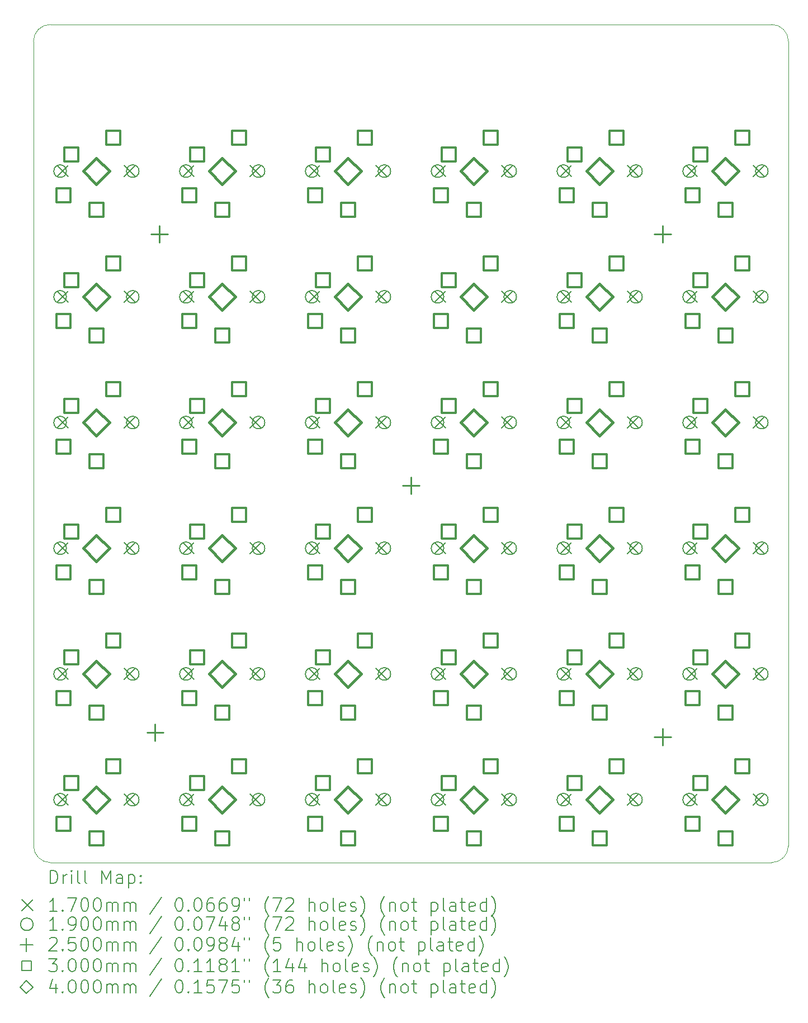
<source format=gbr>
%FSLAX45Y45*%
G04 Gerber Fmt 4.5, Leading zero omitted, Abs format (unit mm)*
G04 Created by KiCad (PCBNEW (6.0.1-0)) date 2022-02-06 15:04:11*
%MOMM*%
%LPD*%
G01*
G04 APERTURE LIST*
%TA.AperFunction,Profile*%
%ADD10C,0.120000*%
%TD*%
%ADD11C,0.200000*%
%ADD12C,0.170000*%
%ADD13C,0.190000*%
%ADD14C,0.250000*%
%ADD15C,0.300000*%
%ADD16C,0.400000*%
G04 APERTURE END LIST*
D10*
X5016500Y-16192500D02*
X15938500Y-16192500D01*
X15938500Y-16192500D02*
G75*
G03*
X16192500Y-15938500I0J254000D01*
G01*
X16192500Y-3746500D02*
G75*
G03*
X15938500Y-3492500I-254000J0D01*
G01*
X16192500Y-3746500D02*
X16192500Y-15938500D01*
X4762500Y-15938500D02*
G75*
G03*
X5016500Y-16192500I254000J0D01*
G01*
X15938500Y-3492500D02*
X5016500Y-3492500D01*
X5016500Y-3492500D02*
G75*
G03*
X4762500Y-3746500I0J-254000D01*
G01*
X4762500Y-3746500D02*
X4762500Y-15938500D01*
D11*
D12*
X5122000Y-5630000D02*
X5292000Y-5800000D01*
X5292000Y-5630000D02*
X5122000Y-5800000D01*
X5122000Y-7535000D02*
X5292000Y-7705000D01*
X5292000Y-7535000D02*
X5122000Y-7705000D01*
X5122000Y-9440000D02*
X5292000Y-9610000D01*
X5292000Y-9440000D02*
X5122000Y-9610000D01*
X5122000Y-11345000D02*
X5292000Y-11515000D01*
X5292000Y-11345000D02*
X5122000Y-11515000D01*
X5122000Y-13250000D02*
X5292000Y-13420000D01*
X5292000Y-13250000D02*
X5122000Y-13420000D01*
X5122000Y-15155000D02*
X5292000Y-15325000D01*
X5292000Y-15155000D02*
X5122000Y-15325000D01*
X6138000Y-5630000D02*
X6308000Y-5800000D01*
X6308000Y-5630000D02*
X6138000Y-5800000D01*
X6138000Y-7535000D02*
X6308000Y-7705000D01*
X6308000Y-7535000D02*
X6138000Y-7705000D01*
X6138000Y-9440000D02*
X6308000Y-9610000D01*
X6308000Y-9440000D02*
X6138000Y-9610000D01*
X6138000Y-11345000D02*
X6308000Y-11515000D01*
X6308000Y-11345000D02*
X6138000Y-11515000D01*
X6138000Y-13250000D02*
X6308000Y-13420000D01*
X6308000Y-13250000D02*
X6138000Y-13420000D01*
X6138000Y-15155000D02*
X6308000Y-15325000D01*
X6308000Y-15155000D02*
X6138000Y-15325000D01*
X7027000Y-5630000D02*
X7197000Y-5800000D01*
X7197000Y-5630000D02*
X7027000Y-5800000D01*
X7027000Y-7535000D02*
X7197000Y-7705000D01*
X7197000Y-7535000D02*
X7027000Y-7705000D01*
X7027000Y-9440000D02*
X7197000Y-9610000D01*
X7197000Y-9440000D02*
X7027000Y-9610000D01*
X7027000Y-11345000D02*
X7197000Y-11515000D01*
X7197000Y-11345000D02*
X7027000Y-11515000D01*
X7027000Y-13250000D02*
X7197000Y-13420000D01*
X7197000Y-13250000D02*
X7027000Y-13420000D01*
X7027000Y-15155000D02*
X7197000Y-15325000D01*
X7197000Y-15155000D02*
X7027000Y-15325000D01*
X8043000Y-5630000D02*
X8213000Y-5800000D01*
X8213000Y-5630000D02*
X8043000Y-5800000D01*
X8043000Y-7535000D02*
X8213000Y-7705000D01*
X8213000Y-7535000D02*
X8043000Y-7705000D01*
X8043000Y-9440000D02*
X8213000Y-9610000D01*
X8213000Y-9440000D02*
X8043000Y-9610000D01*
X8043000Y-11345000D02*
X8213000Y-11515000D01*
X8213000Y-11345000D02*
X8043000Y-11515000D01*
X8043000Y-13250000D02*
X8213000Y-13420000D01*
X8213000Y-13250000D02*
X8043000Y-13420000D01*
X8043000Y-15155000D02*
X8213000Y-15325000D01*
X8213000Y-15155000D02*
X8043000Y-15325000D01*
X8932000Y-5630000D02*
X9102000Y-5800000D01*
X9102000Y-5630000D02*
X8932000Y-5800000D01*
X8932000Y-7535000D02*
X9102000Y-7705000D01*
X9102000Y-7535000D02*
X8932000Y-7705000D01*
X8932000Y-9440000D02*
X9102000Y-9610000D01*
X9102000Y-9440000D02*
X8932000Y-9610000D01*
X8932000Y-11345000D02*
X9102000Y-11515000D01*
X9102000Y-11345000D02*
X8932000Y-11515000D01*
X8932000Y-13250000D02*
X9102000Y-13420000D01*
X9102000Y-13250000D02*
X8932000Y-13420000D01*
X8932000Y-15155000D02*
X9102000Y-15325000D01*
X9102000Y-15155000D02*
X8932000Y-15325000D01*
X9948000Y-5630000D02*
X10118000Y-5800000D01*
X10118000Y-5630000D02*
X9948000Y-5800000D01*
X9948000Y-7535000D02*
X10118000Y-7705000D01*
X10118000Y-7535000D02*
X9948000Y-7705000D01*
X9948000Y-9440000D02*
X10118000Y-9610000D01*
X10118000Y-9440000D02*
X9948000Y-9610000D01*
X9948000Y-11345000D02*
X10118000Y-11515000D01*
X10118000Y-11345000D02*
X9948000Y-11515000D01*
X9948000Y-13250000D02*
X10118000Y-13420000D01*
X10118000Y-13250000D02*
X9948000Y-13420000D01*
X9948000Y-15155000D02*
X10118000Y-15325000D01*
X10118000Y-15155000D02*
X9948000Y-15325000D01*
X10837000Y-5630000D02*
X11007000Y-5800000D01*
X11007000Y-5630000D02*
X10837000Y-5800000D01*
X10837000Y-7535000D02*
X11007000Y-7705000D01*
X11007000Y-7535000D02*
X10837000Y-7705000D01*
X10837000Y-9440000D02*
X11007000Y-9610000D01*
X11007000Y-9440000D02*
X10837000Y-9610000D01*
X10837000Y-11345000D02*
X11007000Y-11515000D01*
X11007000Y-11345000D02*
X10837000Y-11515000D01*
X10837000Y-13250000D02*
X11007000Y-13420000D01*
X11007000Y-13250000D02*
X10837000Y-13420000D01*
X10837000Y-15155000D02*
X11007000Y-15325000D01*
X11007000Y-15155000D02*
X10837000Y-15325000D01*
X11853000Y-5630000D02*
X12023000Y-5800000D01*
X12023000Y-5630000D02*
X11853000Y-5800000D01*
X11853000Y-7535000D02*
X12023000Y-7705000D01*
X12023000Y-7535000D02*
X11853000Y-7705000D01*
X11853000Y-9440000D02*
X12023000Y-9610000D01*
X12023000Y-9440000D02*
X11853000Y-9610000D01*
X11853000Y-11345000D02*
X12023000Y-11515000D01*
X12023000Y-11345000D02*
X11853000Y-11515000D01*
X11853000Y-13250000D02*
X12023000Y-13420000D01*
X12023000Y-13250000D02*
X11853000Y-13420000D01*
X11853000Y-15155000D02*
X12023000Y-15325000D01*
X12023000Y-15155000D02*
X11853000Y-15325000D01*
X12742000Y-5630000D02*
X12912000Y-5800000D01*
X12912000Y-5630000D02*
X12742000Y-5800000D01*
X12742000Y-7535000D02*
X12912000Y-7705000D01*
X12912000Y-7535000D02*
X12742000Y-7705000D01*
X12742000Y-9440000D02*
X12912000Y-9610000D01*
X12912000Y-9440000D02*
X12742000Y-9610000D01*
X12742000Y-11345000D02*
X12912000Y-11515000D01*
X12912000Y-11345000D02*
X12742000Y-11515000D01*
X12742000Y-13250000D02*
X12912000Y-13420000D01*
X12912000Y-13250000D02*
X12742000Y-13420000D01*
X12742000Y-15155000D02*
X12912000Y-15325000D01*
X12912000Y-15155000D02*
X12742000Y-15325000D01*
X13758000Y-5630000D02*
X13928000Y-5800000D01*
X13928000Y-5630000D02*
X13758000Y-5800000D01*
X13758000Y-7535000D02*
X13928000Y-7705000D01*
X13928000Y-7535000D02*
X13758000Y-7705000D01*
X13758000Y-9440000D02*
X13928000Y-9610000D01*
X13928000Y-9440000D02*
X13758000Y-9610000D01*
X13758000Y-11345000D02*
X13928000Y-11515000D01*
X13928000Y-11345000D02*
X13758000Y-11515000D01*
X13758000Y-13250000D02*
X13928000Y-13420000D01*
X13928000Y-13250000D02*
X13758000Y-13420000D01*
X13758000Y-15155000D02*
X13928000Y-15325000D01*
X13928000Y-15155000D02*
X13758000Y-15325000D01*
X14647000Y-5630000D02*
X14817000Y-5800000D01*
X14817000Y-5630000D02*
X14647000Y-5800000D01*
X14647000Y-7535000D02*
X14817000Y-7705000D01*
X14817000Y-7535000D02*
X14647000Y-7705000D01*
X14647000Y-9440000D02*
X14817000Y-9610000D01*
X14817000Y-9440000D02*
X14647000Y-9610000D01*
X14647000Y-11345000D02*
X14817000Y-11515000D01*
X14817000Y-11345000D02*
X14647000Y-11515000D01*
X14647000Y-13250000D02*
X14817000Y-13420000D01*
X14817000Y-13250000D02*
X14647000Y-13420000D01*
X14647000Y-15155000D02*
X14817000Y-15325000D01*
X14817000Y-15155000D02*
X14647000Y-15325000D01*
X15663000Y-5630000D02*
X15833000Y-5800000D01*
X15833000Y-5630000D02*
X15663000Y-5800000D01*
X15663000Y-7535000D02*
X15833000Y-7705000D01*
X15833000Y-7535000D02*
X15663000Y-7705000D01*
X15663000Y-9440000D02*
X15833000Y-9610000D01*
X15833000Y-9440000D02*
X15663000Y-9610000D01*
X15663000Y-11345000D02*
X15833000Y-11515000D01*
X15833000Y-11345000D02*
X15663000Y-11515000D01*
X15663000Y-13250000D02*
X15833000Y-13420000D01*
X15833000Y-13250000D02*
X15663000Y-13420000D01*
X15663000Y-15155000D02*
X15833000Y-15325000D01*
X15833000Y-15155000D02*
X15663000Y-15325000D01*
D13*
X5260000Y-5715000D02*
G75*
G03*
X5260000Y-5715000I-95000J0D01*
G01*
X5260000Y-7620000D02*
G75*
G03*
X5260000Y-7620000I-95000J0D01*
G01*
X5260000Y-9525000D02*
G75*
G03*
X5260000Y-9525000I-95000J0D01*
G01*
X5260000Y-11430000D02*
G75*
G03*
X5260000Y-11430000I-95000J0D01*
G01*
X5260000Y-13335000D02*
G75*
G03*
X5260000Y-13335000I-95000J0D01*
G01*
X5260000Y-15240000D02*
G75*
G03*
X5260000Y-15240000I-95000J0D01*
G01*
X6360000Y-5715000D02*
G75*
G03*
X6360000Y-5715000I-95000J0D01*
G01*
X6360000Y-7620000D02*
G75*
G03*
X6360000Y-7620000I-95000J0D01*
G01*
X6360000Y-9525000D02*
G75*
G03*
X6360000Y-9525000I-95000J0D01*
G01*
X6360000Y-11430000D02*
G75*
G03*
X6360000Y-11430000I-95000J0D01*
G01*
X6360000Y-13335000D02*
G75*
G03*
X6360000Y-13335000I-95000J0D01*
G01*
X6360000Y-15240000D02*
G75*
G03*
X6360000Y-15240000I-95000J0D01*
G01*
X7165000Y-5715000D02*
G75*
G03*
X7165000Y-5715000I-95000J0D01*
G01*
X7165000Y-7620000D02*
G75*
G03*
X7165000Y-7620000I-95000J0D01*
G01*
X7165000Y-9525000D02*
G75*
G03*
X7165000Y-9525000I-95000J0D01*
G01*
X7165000Y-11430000D02*
G75*
G03*
X7165000Y-11430000I-95000J0D01*
G01*
X7165000Y-13335000D02*
G75*
G03*
X7165000Y-13335000I-95000J0D01*
G01*
X7165000Y-15240000D02*
G75*
G03*
X7165000Y-15240000I-95000J0D01*
G01*
X8265000Y-5715000D02*
G75*
G03*
X8265000Y-5715000I-95000J0D01*
G01*
X8265000Y-7620000D02*
G75*
G03*
X8265000Y-7620000I-95000J0D01*
G01*
X8265000Y-9525000D02*
G75*
G03*
X8265000Y-9525000I-95000J0D01*
G01*
X8265000Y-11430000D02*
G75*
G03*
X8265000Y-11430000I-95000J0D01*
G01*
X8265000Y-13335000D02*
G75*
G03*
X8265000Y-13335000I-95000J0D01*
G01*
X8265000Y-15240000D02*
G75*
G03*
X8265000Y-15240000I-95000J0D01*
G01*
X9070000Y-5715000D02*
G75*
G03*
X9070000Y-5715000I-95000J0D01*
G01*
X9070000Y-7620000D02*
G75*
G03*
X9070000Y-7620000I-95000J0D01*
G01*
X9070000Y-9525000D02*
G75*
G03*
X9070000Y-9525000I-95000J0D01*
G01*
X9070000Y-11430000D02*
G75*
G03*
X9070000Y-11430000I-95000J0D01*
G01*
X9070000Y-13335000D02*
G75*
G03*
X9070000Y-13335000I-95000J0D01*
G01*
X9070000Y-15240000D02*
G75*
G03*
X9070000Y-15240000I-95000J0D01*
G01*
X10170000Y-5715000D02*
G75*
G03*
X10170000Y-5715000I-95000J0D01*
G01*
X10170000Y-7620000D02*
G75*
G03*
X10170000Y-7620000I-95000J0D01*
G01*
X10170000Y-9525000D02*
G75*
G03*
X10170000Y-9525000I-95000J0D01*
G01*
X10170000Y-11430000D02*
G75*
G03*
X10170000Y-11430000I-95000J0D01*
G01*
X10170000Y-13335000D02*
G75*
G03*
X10170000Y-13335000I-95000J0D01*
G01*
X10170000Y-15240000D02*
G75*
G03*
X10170000Y-15240000I-95000J0D01*
G01*
X10975000Y-5715000D02*
G75*
G03*
X10975000Y-5715000I-95000J0D01*
G01*
X10975000Y-7620000D02*
G75*
G03*
X10975000Y-7620000I-95000J0D01*
G01*
X10975000Y-9525000D02*
G75*
G03*
X10975000Y-9525000I-95000J0D01*
G01*
X10975000Y-11430000D02*
G75*
G03*
X10975000Y-11430000I-95000J0D01*
G01*
X10975000Y-13335000D02*
G75*
G03*
X10975000Y-13335000I-95000J0D01*
G01*
X10975000Y-15240000D02*
G75*
G03*
X10975000Y-15240000I-95000J0D01*
G01*
X12075000Y-5715000D02*
G75*
G03*
X12075000Y-5715000I-95000J0D01*
G01*
X12075000Y-7620000D02*
G75*
G03*
X12075000Y-7620000I-95000J0D01*
G01*
X12075000Y-9525000D02*
G75*
G03*
X12075000Y-9525000I-95000J0D01*
G01*
X12075000Y-11430000D02*
G75*
G03*
X12075000Y-11430000I-95000J0D01*
G01*
X12075000Y-13335000D02*
G75*
G03*
X12075000Y-13335000I-95000J0D01*
G01*
X12075000Y-15240000D02*
G75*
G03*
X12075000Y-15240000I-95000J0D01*
G01*
X12880000Y-5715000D02*
G75*
G03*
X12880000Y-5715000I-95000J0D01*
G01*
X12880000Y-7620000D02*
G75*
G03*
X12880000Y-7620000I-95000J0D01*
G01*
X12880000Y-9525000D02*
G75*
G03*
X12880000Y-9525000I-95000J0D01*
G01*
X12880000Y-11430000D02*
G75*
G03*
X12880000Y-11430000I-95000J0D01*
G01*
X12880000Y-13335000D02*
G75*
G03*
X12880000Y-13335000I-95000J0D01*
G01*
X12880000Y-15240000D02*
G75*
G03*
X12880000Y-15240000I-95000J0D01*
G01*
X13980000Y-5715000D02*
G75*
G03*
X13980000Y-5715000I-95000J0D01*
G01*
X13980000Y-7620000D02*
G75*
G03*
X13980000Y-7620000I-95000J0D01*
G01*
X13980000Y-9525000D02*
G75*
G03*
X13980000Y-9525000I-95000J0D01*
G01*
X13980000Y-11430000D02*
G75*
G03*
X13980000Y-11430000I-95000J0D01*
G01*
X13980000Y-13335000D02*
G75*
G03*
X13980000Y-13335000I-95000J0D01*
G01*
X13980000Y-15240000D02*
G75*
G03*
X13980000Y-15240000I-95000J0D01*
G01*
X14785000Y-5715000D02*
G75*
G03*
X14785000Y-5715000I-95000J0D01*
G01*
X14785000Y-7620000D02*
G75*
G03*
X14785000Y-7620000I-95000J0D01*
G01*
X14785000Y-9525000D02*
G75*
G03*
X14785000Y-9525000I-95000J0D01*
G01*
X14785000Y-11430000D02*
G75*
G03*
X14785000Y-11430000I-95000J0D01*
G01*
X14785000Y-13335000D02*
G75*
G03*
X14785000Y-13335000I-95000J0D01*
G01*
X14785000Y-15240000D02*
G75*
G03*
X14785000Y-15240000I-95000J0D01*
G01*
X15885000Y-5715000D02*
G75*
G03*
X15885000Y-5715000I-95000J0D01*
G01*
X15885000Y-7620000D02*
G75*
G03*
X15885000Y-7620000I-95000J0D01*
G01*
X15885000Y-9525000D02*
G75*
G03*
X15885000Y-9525000I-95000J0D01*
G01*
X15885000Y-11430000D02*
G75*
G03*
X15885000Y-11430000I-95000J0D01*
G01*
X15885000Y-13335000D02*
G75*
G03*
X15885000Y-13335000I-95000J0D01*
G01*
X15885000Y-15240000D02*
G75*
G03*
X15885000Y-15240000I-95000J0D01*
G01*
D14*
X6604000Y-14099000D02*
X6604000Y-14349000D01*
X6479000Y-14224000D02*
X6729000Y-14224000D01*
X6667500Y-6542500D02*
X6667500Y-6792500D01*
X6542500Y-6667500D02*
X6792500Y-6667500D01*
X10477500Y-10352500D02*
X10477500Y-10602500D01*
X10352500Y-10477500D02*
X10602500Y-10477500D01*
X14287500Y-6542500D02*
X14287500Y-6792500D01*
X14162500Y-6667500D02*
X14412500Y-6667500D01*
X14287500Y-14162500D02*
X14287500Y-14412500D01*
X14162500Y-14287500D02*
X14412500Y-14287500D01*
D15*
X5321067Y-6191067D02*
X5321067Y-5978933D01*
X5108933Y-5978933D01*
X5108933Y-6191067D01*
X5321067Y-6191067D01*
X5321067Y-8096067D02*
X5321067Y-7883933D01*
X5108933Y-7883933D01*
X5108933Y-8096067D01*
X5321067Y-8096067D01*
X5321067Y-10001067D02*
X5321067Y-9788933D01*
X5108933Y-9788933D01*
X5108933Y-10001067D01*
X5321067Y-10001067D01*
X5321067Y-11906067D02*
X5321067Y-11693933D01*
X5108933Y-11693933D01*
X5108933Y-11906067D01*
X5321067Y-11906067D01*
X5321067Y-13811067D02*
X5321067Y-13598933D01*
X5108933Y-13598933D01*
X5108933Y-13811067D01*
X5321067Y-13811067D01*
X5321067Y-15716067D02*
X5321067Y-15503933D01*
X5108933Y-15503933D01*
X5108933Y-15716067D01*
X5321067Y-15716067D01*
X5440067Y-5567067D02*
X5440067Y-5354933D01*
X5227933Y-5354933D01*
X5227933Y-5567067D01*
X5440067Y-5567067D01*
X5440067Y-7472067D02*
X5440067Y-7259933D01*
X5227933Y-7259933D01*
X5227933Y-7472067D01*
X5440067Y-7472067D01*
X5440067Y-9377067D02*
X5440067Y-9164933D01*
X5227933Y-9164933D01*
X5227933Y-9377067D01*
X5440067Y-9377067D01*
X5440067Y-11282067D02*
X5440067Y-11069933D01*
X5227933Y-11069933D01*
X5227933Y-11282067D01*
X5440067Y-11282067D01*
X5440067Y-13187067D02*
X5440067Y-12974933D01*
X5227933Y-12974933D01*
X5227933Y-13187067D01*
X5440067Y-13187067D01*
X5440067Y-15092067D02*
X5440067Y-14879933D01*
X5227933Y-14879933D01*
X5227933Y-15092067D01*
X5440067Y-15092067D01*
X5821067Y-6411067D02*
X5821067Y-6198933D01*
X5608933Y-6198933D01*
X5608933Y-6411067D01*
X5821067Y-6411067D01*
X5821067Y-8316067D02*
X5821067Y-8103933D01*
X5608933Y-8103933D01*
X5608933Y-8316067D01*
X5821067Y-8316067D01*
X5821067Y-10221067D02*
X5821067Y-10008933D01*
X5608933Y-10008933D01*
X5608933Y-10221067D01*
X5821067Y-10221067D01*
X5821067Y-12126067D02*
X5821067Y-11913933D01*
X5608933Y-11913933D01*
X5608933Y-12126067D01*
X5821067Y-12126067D01*
X5821067Y-14031067D02*
X5821067Y-13818933D01*
X5608933Y-13818933D01*
X5608933Y-14031067D01*
X5821067Y-14031067D01*
X5821067Y-15936067D02*
X5821067Y-15723933D01*
X5608933Y-15723933D01*
X5608933Y-15936067D01*
X5821067Y-15936067D01*
X6075067Y-5313067D02*
X6075067Y-5100933D01*
X5862933Y-5100933D01*
X5862933Y-5313067D01*
X6075067Y-5313067D01*
X6075067Y-7218067D02*
X6075067Y-7005933D01*
X5862933Y-7005933D01*
X5862933Y-7218067D01*
X6075067Y-7218067D01*
X6075067Y-9123067D02*
X6075067Y-8910933D01*
X5862933Y-8910933D01*
X5862933Y-9123067D01*
X6075067Y-9123067D01*
X6075067Y-11028067D02*
X6075067Y-10815933D01*
X5862933Y-10815933D01*
X5862933Y-11028067D01*
X6075067Y-11028067D01*
X6075067Y-12933067D02*
X6075067Y-12720933D01*
X5862933Y-12720933D01*
X5862933Y-12933067D01*
X6075067Y-12933067D01*
X6075067Y-14838067D02*
X6075067Y-14625933D01*
X5862933Y-14625933D01*
X5862933Y-14838067D01*
X6075067Y-14838067D01*
X7226067Y-6191067D02*
X7226067Y-5978933D01*
X7013933Y-5978933D01*
X7013933Y-6191067D01*
X7226067Y-6191067D01*
X7226067Y-8096067D02*
X7226067Y-7883933D01*
X7013933Y-7883933D01*
X7013933Y-8096067D01*
X7226067Y-8096067D01*
X7226067Y-10001067D02*
X7226067Y-9788933D01*
X7013933Y-9788933D01*
X7013933Y-10001067D01*
X7226067Y-10001067D01*
X7226067Y-11906067D02*
X7226067Y-11693933D01*
X7013933Y-11693933D01*
X7013933Y-11906067D01*
X7226067Y-11906067D01*
X7226067Y-13811067D02*
X7226067Y-13598933D01*
X7013933Y-13598933D01*
X7013933Y-13811067D01*
X7226067Y-13811067D01*
X7226067Y-15716067D02*
X7226067Y-15503933D01*
X7013933Y-15503933D01*
X7013933Y-15716067D01*
X7226067Y-15716067D01*
X7345067Y-5567067D02*
X7345067Y-5354933D01*
X7132933Y-5354933D01*
X7132933Y-5567067D01*
X7345067Y-5567067D01*
X7345067Y-7472067D02*
X7345067Y-7259933D01*
X7132933Y-7259933D01*
X7132933Y-7472067D01*
X7345067Y-7472067D01*
X7345067Y-9377067D02*
X7345067Y-9164933D01*
X7132933Y-9164933D01*
X7132933Y-9377067D01*
X7345067Y-9377067D01*
X7345067Y-11282067D02*
X7345067Y-11069933D01*
X7132933Y-11069933D01*
X7132933Y-11282067D01*
X7345067Y-11282067D01*
X7345067Y-13187067D02*
X7345067Y-12974933D01*
X7132933Y-12974933D01*
X7132933Y-13187067D01*
X7345067Y-13187067D01*
X7345067Y-15092067D02*
X7345067Y-14879933D01*
X7132933Y-14879933D01*
X7132933Y-15092067D01*
X7345067Y-15092067D01*
X7726067Y-6411067D02*
X7726067Y-6198933D01*
X7513933Y-6198933D01*
X7513933Y-6411067D01*
X7726067Y-6411067D01*
X7726067Y-8316067D02*
X7726067Y-8103933D01*
X7513933Y-8103933D01*
X7513933Y-8316067D01*
X7726067Y-8316067D01*
X7726067Y-10221067D02*
X7726067Y-10008933D01*
X7513933Y-10008933D01*
X7513933Y-10221067D01*
X7726067Y-10221067D01*
X7726067Y-12126067D02*
X7726067Y-11913933D01*
X7513933Y-11913933D01*
X7513933Y-12126067D01*
X7726067Y-12126067D01*
X7726067Y-14031067D02*
X7726067Y-13818933D01*
X7513933Y-13818933D01*
X7513933Y-14031067D01*
X7726067Y-14031067D01*
X7726067Y-15936067D02*
X7726067Y-15723933D01*
X7513933Y-15723933D01*
X7513933Y-15936067D01*
X7726067Y-15936067D01*
X7980067Y-5313067D02*
X7980067Y-5100933D01*
X7767933Y-5100933D01*
X7767933Y-5313067D01*
X7980067Y-5313067D01*
X7980067Y-7218067D02*
X7980067Y-7005933D01*
X7767933Y-7005933D01*
X7767933Y-7218067D01*
X7980067Y-7218067D01*
X7980067Y-9123067D02*
X7980067Y-8910933D01*
X7767933Y-8910933D01*
X7767933Y-9123067D01*
X7980067Y-9123067D01*
X7980067Y-11028067D02*
X7980067Y-10815933D01*
X7767933Y-10815933D01*
X7767933Y-11028067D01*
X7980067Y-11028067D01*
X7980067Y-12933067D02*
X7980067Y-12720933D01*
X7767933Y-12720933D01*
X7767933Y-12933067D01*
X7980067Y-12933067D01*
X7980067Y-14838067D02*
X7980067Y-14625933D01*
X7767933Y-14625933D01*
X7767933Y-14838067D01*
X7980067Y-14838067D01*
X9131067Y-6191067D02*
X9131067Y-5978933D01*
X8918933Y-5978933D01*
X8918933Y-6191067D01*
X9131067Y-6191067D01*
X9131067Y-8096067D02*
X9131067Y-7883933D01*
X8918933Y-7883933D01*
X8918933Y-8096067D01*
X9131067Y-8096067D01*
X9131067Y-10001067D02*
X9131067Y-9788933D01*
X8918933Y-9788933D01*
X8918933Y-10001067D01*
X9131067Y-10001067D01*
X9131067Y-11906067D02*
X9131067Y-11693933D01*
X8918933Y-11693933D01*
X8918933Y-11906067D01*
X9131067Y-11906067D01*
X9131067Y-13811067D02*
X9131067Y-13598933D01*
X8918933Y-13598933D01*
X8918933Y-13811067D01*
X9131067Y-13811067D01*
X9131067Y-15716067D02*
X9131067Y-15503933D01*
X8918933Y-15503933D01*
X8918933Y-15716067D01*
X9131067Y-15716067D01*
X9250067Y-5567067D02*
X9250067Y-5354933D01*
X9037933Y-5354933D01*
X9037933Y-5567067D01*
X9250067Y-5567067D01*
X9250067Y-7472067D02*
X9250067Y-7259933D01*
X9037933Y-7259933D01*
X9037933Y-7472067D01*
X9250067Y-7472067D01*
X9250067Y-9377067D02*
X9250067Y-9164933D01*
X9037933Y-9164933D01*
X9037933Y-9377067D01*
X9250067Y-9377067D01*
X9250067Y-11282067D02*
X9250067Y-11069933D01*
X9037933Y-11069933D01*
X9037933Y-11282067D01*
X9250067Y-11282067D01*
X9250067Y-13187067D02*
X9250067Y-12974933D01*
X9037933Y-12974933D01*
X9037933Y-13187067D01*
X9250067Y-13187067D01*
X9250067Y-15092067D02*
X9250067Y-14879933D01*
X9037933Y-14879933D01*
X9037933Y-15092067D01*
X9250067Y-15092067D01*
X9631067Y-6411067D02*
X9631067Y-6198933D01*
X9418933Y-6198933D01*
X9418933Y-6411067D01*
X9631067Y-6411067D01*
X9631067Y-8316067D02*
X9631067Y-8103933D01*
X9418933Y-8103933D01*
X9418933Y-8316067D01*
X9631067Y-8316067D01*
X9631067Y-10221067D02*
X9631067Y-10008933D01*
X9418933Y-10008933D01*
X9418933Y-10221067D01*
X9631067Y-10221067D01*
X9631067Y-12126067D02*
X9631067Y-11913933D01*
X9418933Y-11913933D01*
X9418933Y-12126067D01*
X9631067Y-12126067D01*
X9631067Y-14031067D02*
X9631067Y-13818933D01*
X9418933Y-13818933D01*
X9418933Y-14031067D01*
X9631067Y-14031067D01*
X9631067Y-15936067D02*
X9631067Y-15723933D01*
X9418933Y-15723933D01*
X9418933Y-15936067D01*
X9631067Y-15936067D01*
X9885067Y-5313067D02*
X9885067Y-5100933D01*
X9672933Y-5100933D01*
X9672933Y-5313067D01*
X9885067Y-5313067D01*
X9885067Y-7218067D02*
X9885067Y-7005933D01*
X9672933Y-7005933D01*
X9672933Y-7218067D01*
X9885067Y-7218067D01*
X9885067Y-9123067D02*
X9885067Y-8910933D01*
X9672933Y-8910933D01*
X9672933Y-9123067D01*
X9885067Y-9123067D01*
X9885067Y-11028067D02*
X9885067Y-10815933D01*
X9672933Y-10815933D01*
X9672933Y-11028067D01*
X9885067Y-11028067D01*
X9885067Y-12933067D02*
X9885067Y-12720933D01*
X9672933Y-12720933D01*
X9672933Y-12933067D01*
X9885067Y-12933067D01*
X9885067Y-14838067D02*
X9885067Y-14625933D01*
X9672933Y-14625933D01*
X9672933Y-14838067D01*
X9885067Y-14838067D01*
X11036067Y-6191067D02*
X11036067Y-5978933D01*
X10823933Y-5978933D01*
X10823933Y-6191067D01*
X11036067Y-6191067D01*
X11036067Y-8096067D02*
X11036067Y-7883933D01*
X10823933Y-7883933D01*
X10823933Y-8096067D01*
X11036067Y-8096067D01*
X11036067Y-10001067D02*
X11036067Y-9788933D01*
X10823933Y-9788933D01*
X10823933Y-10001067D01*
X11036067Y-10001067D01*
X11036067Y-11906067D02*
X11036067Y-11693933D01*
X10823933Y-11693933D01*
X10823933Y-11906067D01*
X11036067Y-11906067D01*
X11036067Y-13811067D02*
X11036067Y-13598933D01*
X10823933Y-13598933D01*
X10823933Y-13811067D01*
X11036067Y-13811067D01*
X11036067Y-15716067D02*
X11036067Y-15503933D01*
X10823933Y-15503933D01*
X10823933Y-15716067D01*
X11036067Y-15716067D01*
X11155067Y-5567067D02*
X11155067Y-5354933D01*
X10942933Y-5354933D01*
X10942933Y-5567067D01*
X11155067Y-5567067D01*
X11155067Y-7472067D02*
X11155067Y-7259933D01*
X10942933Y-7259933D01*
X10942933Y-7472067D01*
X11155067Y-7472067D01*
X11155067Y-9377067D02*
X11155067Y-9164933D01*
X10942933Y-9164933D01*
X10942933Y-9377067D01*
X11155067Y-9377067D01*
X11155067Y-11282067D02*
X11155067Y-11069933D01*
X10942933Y-11069933D01*
X10942933Y-11282067D01*
X11155067Y-11282067D01*
X11155067Y-13187067D02*
X11155067Y-12974933D01*
X10942933Y-12974933D01*
X10942933Y-13187067D01*
X11155067Y-13187067D01*
X11155067Y-15092067D02*
X11155067Y-14879933D01*
X10942933Y-14879933D01*
X10942933Y-15092067D01*
X11155067Y-15092067D01*
X11536067Y-6411067D02*
X11536067Y-6198933D01*
X11323933Y-6198933D01*
X11323933Y-6411067D01*
X11536067Y-6411067D01*
X11536067Y-8316067D02*
X11536067Y-8103933D01*
X11323933Y-8103933D01*
X11323933Y-8316067D01*
X11536067Y-8316067D01*
X11536067Y-10221067D02*
X11536067Y-10008933D01*
X11323933Y-10008933D01*
X11323933Y-10221067D01*
X11536067Y-10221067D01*
X11536067Y-12126067D02*
X11536067Y-11913933D01*
X11323933Y-11913933D01*
X11323933Y-12126067D01*
X11536067Y-12126067D01*
X11536067Y-14031067D02*
X11536067Y-13818933D01*
X11323933Y-13818933D01*
X11323933Y-14031067D01*
X11536067Y-14031067D01*
X11536067Y-15936067D02*
X11536067Y-15723933D01*
X11323933Y-15723933D01*
X11323933Y-15936067D01*
X11536067Y-15936067D01*
X11790067Y-5313067D02*
X11790067Y-5100933D01*
X11577933Y-5100933D01*
X11577933Y-5313067D01*
X11790067Y-5313067D01*
X11790067Y-7218067D02*
X11790067Y-7005933D01*
X11577933Y-7005933D01*
X11577933Y-7218067D01*
X11790067Y-7218067D01*
X11790067Y-9123067D02*
X11790067Y-8910933D01*
X11577933Y-8910933D01*
X11577933Y-9123067D01*
X11790067Y-9123067D01*
X11790067Y-11028067D02*
X11790067Y-10815933D01*
X11577933Y-10815933D01*
X11577933Y-11028067D01*
X11790067Y-11028067D01*
X11790067Y-12933067D02*
X11790067Y-12720933D01*
X11577933Y-12720933D01*
X11577933Y-12933067D01*
X11790067Y-12933067D01*
X11790067Y-14838067D02*
X11790067Y-14625933D01*
X11577933Y-14625933D01*
X11577933Y-14838067D01*
X11790067Y-14838067D01*
X12941067Y-6191067D02*
X12941067Y-5978933D01*
X12728933Y-5978933D01*
X12728933Y-6191067D01*
X12941067Y-6191067D01*
X12941067Y-8096067D02*
X12941067Y-7883933D01*
X12728933Y-7883933D01*
X12728933Y-8096067D01*
X12941067Y-8096067D01*
X12941067Y-10001067D02*
X12941067Y-9788933D01*
X12728933Y-9788933D01*
X12728933Y-10001067D01*
X12941067Y-10001067D01*
X12941067Y-11906067D02*
X12941067Y-11693933D01*
X12728933Y-11693933D01*
X12728933Y-11906067D01*
X12941067Y-11906067D01*
X12941067Y-13811067D02*
X12941067Y-13598933D01*
X12728933Y-13598933D01*
X12728933Y-13811067D01*
X12941067Y-13811067D01*
X12941067Y-15716067D02*
X12941067Y-15503933D01*
X12728933Y-15503933D01*
X12728933Y-15716067D01*
X12941067Y-15716067D01*
X13060067Y-5567067D02*
X13060067Y-5354933D01*
X12847933Y-5354933D01*
X12847933Y-5567067D01*
X13060067Y-5567067D01*
X13060067Y-7472067D02*
X13060067Y-7259933D01*
X12847933Y-7259933D01*
X12847933Y-7472067D01*
X13060067Y-7472067D01*
X13060067Y-9377067D02*
X13060067Y-9164933D01*
X12847933Y-9164933D01*
X12847933Y-9377067D01*
X13060067Y-9377067D01*
X13060067Y-11282067D02*
X13060067Y-11069933D01*
X12847933Y-11069933D01*
X12847933Y-11282067D01*
X13060067Y-11282067D01*
X13060067Y-13187067D02*
X13060067Y-12974933D01*
X12847933Y-12974933D01*
X12847933Y-13187067D01*
X13060067Y-13187067D01*
X13060067Y-15092067D02*
X13060067Y-14879933D01*
X12847933Y-14879933D01*
X12847933Y-15092067D01*
X13060067Y-15092067D01*
X13441067Y-6411067D02*
X13441067Y-6198933D01*
X13228933Y-6198933D01*
X13228933Y-6411067D01*
X13441067Y-6411067D01*
X13441067Y-8316067D02*
X13441067Y-8103933D01*
X13228933Y-8103933D01*
X13228933Y-8316067D01*
X13441067Y-8316067D01*
X13441067Y-10221067D02*
X13441067Y-10008933D01*
X13228933Y-10008933D01*
X13228933Y-10221067D01*
X13441067Y-10221067D01*
X13441067Y-12126067D02*
X13441067Y-11913933D01*
X13228933Y-11913933D01*
X13228933Y-12126067D01*
X13441067Y-12126067D01*
X13441067Y-14031067D02*
X13441067Y-13818933D01*
X13228933Y-13818933D01*
X13228933Y-14031067D01*
X13441067Y-14031067D01*
X13441067Y-15936067D02*
X13441067Y-15723933D01*
X13228933Y-15723933D01*
X13228933Y-15936067D01*
X13441067Y-15936067D01*
X13695067Y-5313067D02*
X13695067Y-5100933D01*
X13482933Y-5100933D01*
X13482933Y-5313067D01*
X13695067Y-5313067D01*
X13695067Y-7218067D02*
X13695067Y-7005933D01*
X13482933Y-7005933D01*
X13482933Y-7218067D01*
X13695067Y-7218067D01*
X13695067Y-9123067D02*
X13695067Y-8910933D01*
X13482933Y-8910933D01*
X13482933Y-9123067D01*
X13695067Y-9123067D01*
X13695067Y-11028067D02*
X13695067Y-10815933D01*
X13482933Y-10815933D01*
X13482933Y-11028067D01*
X13695067Y-11028067D01*
X13695067Y-12933067D02*
X13695067Y-12720933D01*
X13482933Y-12720933D01*
X13482933Y-12933067D01*
X13695067Y-12933067D01*
X13695067Y-14838067D02*
X13695067Y-14625933D01*
X13482933Y-14625933D01*
X13482933Y-14838067D01*
X13695067Y-14838067D01*
X14846067Y-6191067D02*
X14846067Y-5978933D01*
X14633933Y-5978933D01*
X14633933Y-6191067D01*
X14846067Y-6191067D01*
X14846067Y-8096067D02*
X14846067Y-7883933D01*
X14633933Y-7883933D01*
X14633933Y-8096067D01*
X14846067Y-8096067D01*
X14846067Y-10001067D02*
X14846067Y-9788933D01*
X14633933Y-9788933D01*
X14633933Y-10001067D01*
X14846067Y-10001067D01*
X14846067Y-11906067D02*
X14846067Y-11693933D01*
X14633933Y-11693933D01*
X14633933Y-11906067D01*
X14846067Y-11906067D01*
X14846067Y-13811067D02*
X14846067Y-13598933D01*
X14633933Y-13598933D01*
X14633933Y-13811067D01*
X14846067Y-13811067D01*
X14846067Y-15716067D02*
X14846067Y-15503933D01*
X14633933Y-15503933D01*
X14633933Y-15716067D01*
X14846067Y-15716067D01*
X14965067Y-5567067D02*
X14965067Y-5354933D01*
X14752933Y-5354933D01*
X14752933Y-5567067D01*
X14965067Y-5567067D01*
X14965067Y-7472067D02*
X14965067Y-7259933D01*
X14752933Y-7259933D01*
X14752933Y-7472067D01*
X14965067Y-7472067D01*
X14965067Y-9377067D02*
X14965067Y-9164933D01*
X14752933Y-9164933D01*
X14752933Y-9377067D01*
X14965067Y-9377067D01*
X14965067Y-11282067D02*
X14965067Y-11069933D01*
X14752933Y-11069933D01*
X14752933Y-11282067D01*
X14965067Y-11282067D01*
X14965067Y-13187067D02*
X14965067Y-12974933D01*
X14752933Y-12974933D01*
X14752933Y-13187067D01*
X14965067Y-13187067D01*
X14965067Y-15092067D02*
X14965067Y-14879933D01*
X14752933Y-14879933D01*
X14752933Y-15092067D01*
X14965067Y-15092067D01*
X15346067Y-6411067D02*
X15346067Y-6198933D01*
X15133933Y-6198933D01*
X15133933Y-6411067D01*
X15346067Y-6411067D01*
X15346067Y-8316067D02*
X15346067Y-8103933D01*
X15133933Y-8103933D01*
X15133933Y-8316067D01*
X15346067Y-8316067D01*
X15346067Y-10221067D02*
X15346067Y-10008933D01*
X15133933Y-10008933D01*
X15133933Y-10221067D01*
X15346067Y-10221067D01*
X15346067Y-12126067D02*
X15346067Y-11913933D01*
X15133933Y-11913933D01*
X15133933Y-12126067D01*
X15346067Y-12126067D01*
X15346067Y-14031067D02*
X15346067Y-13818933D01*
X15133933Y-13818933D01*
X15133933Y-14031067D01*
X15346067Y-14031067D01*
X15346067Y-15936067D02*
X15346067Y-15723933D01*
X15133933Y-15723933D01*
X15133933Y-15936067D01*
X15346067Y-15936067D01*
X15600067Y-5313067D02*
X15600067Y-5100933D01*
X15387933Y-5100933D01*
X15387933Y-5313067D01*
X15600067Y-5313067D01*
X15600067Y-7218067D02*
X15600067Y-7005933D01*
X15387933Y-7005933D01*
X15387933Y-7218067D01*
X15600067Y-7218067D01*
X15600067Y-9123067D02*
X15600067Y-8910933D01*
X15387933Y-8910933D01*
X15387933Y-9123067D01*
X15600067Y-9123067D01*
X15600067Y-11028067D02*
X15600067Y-10815933D01*
X15387933Y-10815933D01*
X15387933Y-11028067D01*
X15600067Y-11028067D01*
X15600067Y-12933067D02*
X15600067Y-12720933D01*
X15387933Y-12720933D01*
X15387933Y-12933067D01*
X15600067Y-12933067D01*
X15600067Y-14838067D02*
X15600067Y-14625933D01*
X15387933Y-14625933D01*
X15387933Y-14838067D01*
X15600067Y-14838067D01*
D16*
X5715000Y-5915000D02*
X5915000Y-5715000D01*
X5715000Y-5515000D01*
X5515000Y-5715000D01*
X5715000Y-5915000D01*
X5715000Y-7820000D02*
X5915000Y-7620000D01*
X5715000Y-7420000D01*
X5515000Y-7620000D01*
X5715000Y-7820000D01*
X5715000Y-9725000D02*
X5915000Y-9525000D01*
X5715000Y-9325000D01*
X5515000Y-9525000D01*
X5715000Y-9725000D01*
X5715000Y-11630000D02*
X5915000Y-11430000D01*
X5715000Y-11230000D01*
X5515000Y-11430000D01*
X5715000Y-11630000D01*
X5715000Y-13535000D02*
X5915000Y-13335000D01*
X5715000Y-13135000D01*
X5515000Y-13335000D01*
X5715000Y-13535000D01*
X5715000Y-15440000D02*
X5915000Y-15240000D01*
X5715000Y-15040000D01*
X5515000Y-15240000D01*
X5715000Y-15440000D01*
X7620000Y-5915000D02*
X7820000Y-5715000D01*
X7620000Y-5515000D01*
X7420000Y-5715000D01*
X7620000Y-5915000D01*
X7620000Y-7820000D02*
X7820000Y-7620000D01*
X7620000Y-7420000D01*
X7420000Y-7620000D01*
X7620000Y-7820000D01*
X7620000Y-9725000D02*
X7820000Y-9525000D01*
X7620000Y-9325000D01*
X7420000Y-9525000D01*
X7620000Y-9725000D01*
X7620000Y-11630000D02*
X7820000Y-11430000D01*
X7620000Y-11230000D01*
X7420000Y-11430000D01*
X7620000Y-11630000D01*
X7620000Y-13535000D02*
X7820000Y-13335000D01*
X7620000Y-13135000D01*
X7420000Y-13335000D01*
X7620000Y-13535000D01*
X7620000Y-15440000D02*
X7820000Y-15240000D01*
X7620000Y-15040000D01*
X7420000Y-15240000D01*
X7620000Y-15440000D01*
X9525000Y-5915000D02*
X9725000Y-5715000D01*
X9525000Y-5515000D01*
X9325000Y-5715000D01*
X9525000Y-5915000D01*
X9525000Y-7820000D02*
X9725000Y-7620000D01*
X9525000Y-7420000D01*
X9325000Y-7620000D01*
X9525000Y-7820000D01*
X9525000Y-9725000D02*
X9725000Y-9525000D01*
X9525000Y-9325000D01*
X9325000Y-9525000D01*
X9525000Y-9725000D01*
X9525000Y-11630000D02*
X9725000Y-11430000D01*
X9525000Y-11230000D01*
X9325000Y-11430000D01*
X9525000Y-11630000D01*
X9525000Y-13535000D02*
X9725000Y-13335000D01*
X9525000Y-13135000D01*
X9325000Y-13335000D01*
X9525000Y-13535000D01*
X9525000Y-15440000D02*
X9725000Y-15240000D01*
X9525000Y-15040000D01*
X9325000Y-15240000D01*
X9525000Y-15440000D01*
X11430000Y-5915000D02*
X11630000Y-5715000D01*
X11430000Y-5515000D01*
X11230000Y-5715000D01*
X11430000Y-5915000D01*
X11430000Y-7820000D02*
X11630000Y-7620000D01*
X11430000Y-7420000D01*
X11230000Y-7620000D01*
X11430000Y-7820000D01*
X11430000Y-9725000D02*
X11630000Y-9525000D01*
X11430000Y-9325000D01*
X11230000Y-9525000D01*
X11430000Y-9725000D01*
X11430000Y-11630000D02*
X11630000Y-11430000D01*
X11430000Y-11230000D01*
X11230000Y-11430000D01*
X11430000Y-11630000D01*
X11430000Y-13535000D02*
X11630000Y-13335000D01*
X11430000Y-13135000D01*
X11230000Y-13335000D01*
X11430000Y-13535000D01*
X11430000Y-15440000D02*
X11630000Y-15240000D01*
X11430000Y-15040000D01*
X11230000Y-15240000D01*
X11430000Y-15440000D01*
X13335000Y-5915000D02*
X13535000Y-5715000D01*
X13335000Y-5515000D01*
X13135000Y-5715000D01*
X13335000Y-5915000D01*
X13335000Y-7820000D02*
X13535000Y-7620000D01*
X13335000Y-7420000D01*
X13135000Y-7620000D01*
X13335000Y-7820000D01*
X13335000Y-9725000D02*
X13535000Y-9525000D01*
X13335000Y-9325000D01*
X13135000Y-9525000D01*
X13335000Y-9725000D01*
X13335000Y-11630000D02*
X13535000Y-11430000D01*
X13335000Y-11230000D01*
X13135000Y-11430000D01*
X13335000Y-11630000D01*
X13335000Y-13535000D02*
X13535000Y-13335000D01*
X13335000Y-13135000D01*
X13135000Y-13335000D01*
X13335000Y-13535000D01*
X13335000Y-15440000D02*
X13535000Y-15240000D01*
X13335000Y-15040000D01*
X13135000Y-15240000D01*
X13335000Y-15440000D01*
X15240000Y-5915000D02*
X15440000Y-5715000D01*
X15240000Y-5515000D01*
X15040000Y-5715000D01*
X15240000Y-5915000D01*
X15240000Y-7820000D02*
X15440000Y-7620000D01*
X15240000Y-7420000D01*
X15040000Y-7620000D01*
X15240000Y-7820000D01*
X15240000Y-9725000D02*
X15440000Y-9525000D01*
X15240000Y-9325000D01*
X15040000Y-9525000D01*
X15240000Y-9725000D01*
X15240000Y-11630000D02*
X15440000Y-11430000D01*
X15240000Y-11230000D01*
X15040000Y-11430000D01*
X15240000Y-11630000D01*
X15240000Y-13535000D02*
X15440000Y-13335000D01*
X15240000Y-13135000D01*
X15040000Y-13335000D01*
X15240000Y-13535000D01*
X15240000Y-15440000D02*
X15440000Y-15240000D01*
X15240000Y-15040000D01*
X15040000Y-15240000D01*
X15240000Y-15440000D01*
D11*
X5014119Y-16508976D02*
X5014119Y-16308976D01*
X5061738Y-16308976D01*
X5090310Y-16318500D01*
X5109357Y-16337548D01*
X5118881Y-16356595D01*
X5128405Y-16394690D01*
X5128405Y-16423262D01*
X5118881Y-16461357D01*
X5109357Y-16480405D01*
X5090310Y-16499452D01*
X5061738Y-16508976D01*
X5014119Y-16508976D01*
X5214119Y-16508976D02*
X5214119Y-16375643D01*
X5214119Y-16413738D02*
X5223643Y-16394690D01*
X5233167Y-16385167D01*
X5252214Y-16375643D01*
X5271262Y-16375643D01*
X5337929Y-16508976D02*
X5337929Y-16375643D01*
X5337929Y-16308976D02*
X5328405Y-16318500D01*
X5337929Y-16328024D01*
X5347452Y-16318500D01*
X5337929Y-16308976D01*
X5337929Y-16328024D01*
X5461738Y-16508976D02*
X5442690Y-16499452D01*
X5433167Y-16480405D01*
X5433167Y-16308976D01*
X5566500Y-16508976D02*
X5547452Y-16499452D01*
X5537929Y-16480405D01*
X5537929Y-16308976D01*
X5795071Y-16508976D02*
X5795071Y-16308976D01*
X5861738Y-16451833D01*
X5928405Y-16308976D01*
X5928405Y-16508976D01*
X6109357Y-16508976D02*
X6109357Y-16404214D01*
X6099833Y-16385167D01*
X6080786Y-16375643D01*
X6042690Y-16375643D01*
X6023643Y-16385167D01*
X6109357Y-16499452D02*
X6090309Y-16508976D01*
X6042690Y-16508976D01*
X6023643Y-16499452D01*
X6014119Y-16480405D01*
X6014119Y-16461357D01*
X6023643Y-16442309D01*
X6042690Y-16432786D01*
X6090309Y-16432786D01*
X6109357Y-16423262D01*
X6204595Y-16375643D02*
X6204595Y-16575643D01*
X6204595Y-16385167D02*
X6223643Y-16375643D01*
X6261738Y-16375643D01*
X6280786Y-16385167D01*
X6290309Y-16394690D01*
X6299833Y-16413738D01*
X6299833Y-16470881D01*
X6290309Y-16489928D01*
X6280786Y-16499452D01*
X6261738Y-16508976D01*
X6223643Y-16508976D01*
X6204595Y-16499452D01*
X6385548Y-16489928D02*
X6395071Y-16499452D01*
X6385548Y-16508976D01*
X6376024Y-16499452D01*
X6385548Y-16489928D01*
X6385548Y-16508976D01*
X6385548Y-16385167D02*
X6395071Y-16394690D01*
X6385548Y-16404214D01*
X6376024Y-16394690D01*
X6385548Y-16385167D01*
X6385548Y-16404214D01*
D12*
X4586500Y-16753500D02*
X4756500Y-16923500D01*
X4756500Y-16753500D02*
X4586500Y-16923500D01*
D11*
X5118881Y-16928976D02*
X5004595Y-16928976D01*
X5061738Y-16928976D02*
X5061738Y-16728976D01*
X5042690Y-16757548D01*
X5023643Y-16776595D01*
X5004595Y-16786119D01*
X5204595Y-16909929D02*
X5214119Y-16919452D01*
X5204595Y-16928976D01*
X5195071Y-16919452D01*
X5204595Y-16909929D01*
X5204595Y-16928976D01*
X5280786Y-16728976D02*
X5414119Y-16728976D01*
X5328405Y-16928976D01*
X5528405Y-16728976D02*
X5547452Y-16728976D01*
X5566500Y-16738500D01*
X5576024Y-16748024D01*
X5585548Y-16767071D01*
X5595071Y-16805167D01*
X5595071Y-16852786D01*
X5585548Y-16890881D01*
X5576024Y-16909929D01*
X5566500Y-16919452D01*
X5547452Y-16928976D01*
X5528405Y-16928976D01*
X5509357Y-16919452D01*
X5499833Y-16909929D01*
X5490310Y-16890881D01*
X5480786Y-16852786D01*
X5480786Y-16805167D01*
X5490310Y-16767071D01*
X5499833Y-16748024D01*
X5509357Y-16738500D01*
X5528405Y-16728976D01*
X5718881Y-16728976D02*
X5737928Y-16728976D01*
X5756976Y-16738500D01*
X5766500Y-16748024D01*
X5776024Y-16767071D01*
X5785548Y-16805167D01*
X5785548Y-16852786D01*
X5776024Y-16890881D01*
X5766500Y-16909929D01*
X5756976Y-16919452D01*
X5737928Y-16928976D01*
X5718881Y-16928976D01*
X5699833Y-16919452D01*
X5690309Y-16909929D01*
X5680786Y-16890881D01*
X5671262Y-16852786D01*
X5671262Y-16805167D01*
X5680786Y-16767071D01*
X5690309Y-16748024D01*
X5699833Y-16738500D01*
X5718881Y-16728976D01*
X5871262Y-16928976D02*
X5871262Y-16795643D01*
X5871262Y-16814690D02*
X5880786Y-16805167D01*
X5899833Y-16795643D01*
X5928405Y-16795643D01*
X5947452Y-16805167D01*
X5956976Y-16824214D01*
X5956976Y-16928976D01*
X5956976Y-16824214D02*
X5966500Y-16805167D01*
X5985548Y-16795643D01*
X6014119Y-16795643D01*
X6033167Y-16805167D01*
X6042690Y-16824214D01*
X6042690Y-16928976D01*
X6137928Y-16928976D02*
X6137928Y-16795643D01*
X6137928Y-16814690D02*
X6147452Y-16805167D01*
X6166500Y-16795643D01*
X6195071Y-16795643D01*
X6214119Y-16805167D01*
X6223643Y-16824214D01*
X6223643Y-16928976D01*
X6223643Y-16824214D02*
X6233167Y-16805167D01*
X6252214Y-16795643D01*
X6280786Y-16795643D01*
X6299833Y-16805167D01*
X6309357Y-16824214D01*
X6309357Y-16928976D01*
X6699833Y-16719452D02*
X6528405Y-16976595D01*
X6956976Y-16728976D02*
X6976024Y-16728976D01*
X6995071Y-16738500D01*
X7004595Y-16748024D01*
X7014119Y-16767071D01*
X7023643Y-16805167D01*
X7023643Y-16852786D01*
X7014119Y-16890881D01*
X7004595Y-16909929D01*
X6995071Y-16919452D01*
X6976024Y-16928976D01*
X6956976Y-16928976D01*
X6937928Y-16919452D01*
X6928405Y-16909929D01*
X6918881Y-16890881D01*
X6909357Y-16852786D01*
X6909357Y-16805167D01*
X6918881Y-16767071D01*
X6928405Y-16748024D01*
X6937928Y-16738500D01*
X6956976Y-16728976D01*
X7109357Y-16909929D02*
X7118881Y-16919452D01*
X7109357Y-16928976D01*
X7099833Y-16919452D01*
X7109357Y-16909929D01*
X7109357Y-16928976D01*
X7242690Y-16728976D02*
X7261738Y-16728976D01*
X7280786Y-16738500D01*
X7290309Y-16748024D01*
X7299833Y-16767071D01*
X7309357Y-16805167D01*
X7309357Y-16852786D01*
X7299833Y-16890881D01*
X7290309Y-16909929D01*
X7280786Y-16919452D01*
X7261738Y-16928976D01*
X7242690Y-16928976D01*
X7223643Y-16919452D01*
X7214119Y-16909929D01*
X7204595Y-16890881D01*
X7195071Y-16852786D01*
X7195071Y-16805167D01*
X7204595Y-16767071D01*
X7214119Y-16748024D01*
X7223643Y-16738500D01*
X7242690Y-16728976D01*
X7480786Y-16728976D02*
X7442690Y-16728976D01*
X7423643Y-16738500D01*
X7414119Y-16748024D01*
X7395071Y-16776595D01*
X7385548Y-16814690D01*
X7385548Y-16890881D01*
X7395071Y-16909929D01*
X7404595Y-16919452D01*
X7423643Y-16928976D01*
X7461738Y-16928976D01*
X7480786Y-16919452D01*
X7490309Y-16909929D01*
X7499833Y-16890881D01*
X7499833Y-16843262D01*
X7490309Y-16824214D01*
X7480786Y-16814690D01*
X7461738Y-16805167D01*
X7423643Y-16805167D01*
X7404595Y-16814690D01*
X7395071Y-16824214D01*
X7385548Y-16843262D01*
X7671262Y-16728976D02*
X7633167Y-16728976D01*
X7614119Y-16738500D01*
X7604595Y-16748024D01*
X7585548Y-16776595D01*
X7576024Y-16814690D01*
X7576024Y-16890881D01*
X7585548Y-16909929D01*
X7595071Y-16919452D01*
X7614119Y-16928976D01*
X7652214Y-16928976D01*
X7671262Y-16919452D01*
X7680786Y-16909929D01*
X7690309Y-16890881D01*
X7690309Y-16843262D01*
X7680786Y-16824214D01*
X7671262Y-16814690D01*
X7652214Y-16805167D01*
X7614119Y-16805167D01*
X7595071Y-16814690D01*
X7585548Y-16824214D01*
X7576024Y-16843262D01*
X7785548Y-16928976D02*
X7823643Y-16928976D01*
X7842690Y-16919452D01*
X7852214Y-16909929D01*
X7871262Y-16881357D01*
X7880786Y-16843262D01*
X7880786Y-16767071D01*
X7871262Y-16748024D01*
X7861738Y-16738500D01*
X7842690Y-16728976D01*
X7804595Y-16728976D01*
X7785548Y-16738500D01*
X7776024Y-16748024D01*
X7766500Y-16767071D01*
X7766500Y-16814690D01*
X7776024Y-16833738D01*
X7785548Y-16843262D01*
X7804595Y-16852786D01*
X7842690Y-16852786D01*
X7861738Y-16843262D01*
X7871262Y-16833738D01*
X7880786Y-16814690D01*
X7956976Y-16728976D02*
X7956976Y-16767071D01*
X8033167Y-16728976D02*
X8033167Y-16767071D01*
X8328405Y-17005167D02*
X8318881Y-16995643D01*
X8299833Y-16967071D01*
X8290309Y-16948024D01*
X8280786Y-16919452D01*
X8271262Y-16871833D01*
X8271262Y-16833738D01*
X8280786Y-16786119D01*
X8290309Y-16757548D01*
X8299833Y-16738500D01*
X8318881Y-16709928D01*
X8328405Y-16700405D01*
X8385548Y-16728976D02*
X8518881Y-16728976D01*
X8433167Y-16928976D01*
X8585548Y-16748024D02*
X8595071Y-16738500D01*
X8614119Y-16728976D01*
X8661738Y-16728976D01*
X8680786Y-16738500D01*
X8690310Y-16748024D01*
X8699833Y-16767071D01*
X8699833Y-16786119D01*
X8690310Y-16814690D01*
X8576024Y-16928976D01*
X8699833Y-16928976D01*
X8937929Y-16928976D02*
X8937929Y-16728976D01*
X9023643Y-16928976D02*
X9023643Y-16824214D01*
X9014119Y-16805167D01*
X8995071Y-16795643D01*
X8966500Y-16795643D01*
X8947452Y-16805167D01*
X8937929Y-16814690D01*
X9147452Y-16928976D02*
X9128405Y-16919452D01*
X9118881Y-16909929D01*
X9109357Y-16890881D01*
X9109357Y-16833738D01*
X9118881Y-16814690D01*
X9128405Y-16805167D01*
X9147452Y-16795643D01*
X9176024Y-16795643D01*
X9195071Y-16805167D01*
X9204595Y-16814690D01*
X9214119Y-16833738D01*
X9214119Y-16890881D01*
X9204595Y-16909929D01*
X9195071Y-16919452D01*
X9176024Y-16928976D01*
X9147452Y-16928976D01*
X9328405Y-16928976D02*
X9309357Y-16919452D01*
X9299833Y-16900405D01*
X9299833Y-16728976D01*
X9480786Y-16919452D02*
X9461738Y-16928976D01*
X9423643Y-16928976D01*
X9404595Y-16919452D01*
X9395071Y-16900405D01*
X9395071Y-16824214D01*
X9404595Y-16805167D01*
X9423643Y-16795643D01*
X9461738Y-16795643D01*
X9480786Y-16805167D01*
X9490310Y-16824214D01*
X9490310Y-16843262D01*
X9395071Y-16862310D01*
X9566500Y-16919452D02*
X9585548Y-16928976D01*
X9623643Y-16928976D01*
X9642690Y-16919452D01*
X9652214Y-16900405D01*
X9652214Y-16890881D01*
X9642690Y-16871833D01*
X9623643Y-16862310D01*
X9595071Y-16862310D01*
X9576024Y-16852786D01*
X9566500Y-16833738D01*
X9566500Y-16824214D01*
X9576024Y-16805167D01*
X9595071Y-16795643D01*
X9623643Y-16795643D01*
X9642690Y-16805167D01*
X9718881Y-17005167D02*
X9728405Y-16995643D01*
X9747452Y-16967071D01*
X9756976Y-16948024D01*
X9766500Y-16919452D01*
X9776024Y-16871833D01*
X9776024Y-16833738D01*
X9766500Y-16786119D01*
X9756976Y-16757548D01*
X9747452Y-16738500D01*
X9728405Y-16709928D01*
X9718881Y-16700405D01*
X10080786Y-17005167D02*
X10071262Y-16995643D01*
X10052214Y-16967071D01*
X10042690Y-16948024D01*
X10033167Y-16919452D01*
X10023643Y-16871833D01*
X10023643Y-16833738D01*
X10033167Y-16786119D01*
X10042690Y-16757548D01*
X10052214Y-16738500D01*
X10071262Y-16709928D01*
X10080786Y-16700405D01*
X10156976Y-16795643D02*
X10156976Y-16928976D01*
X10156976Y-16814690D02*
X10166500Y-16805167D01*
X10185548Y-16795643D01*
X10214119Y-16795643D01*
X10233167Y-16805167D01*
X10242690Y-16824214D01*
X10242690Y-16928976D01*
X10366500Y-16928976D02*
X10347452Y-16919452D01*
X10337929Y-16909929D01*
X10328405Y-16890881D01*
X10328405Y-16833738D01*
X10337929Y-16814690D01*
X10347452Y-16805167D01*
X10366500Y-16795643D01*
X10395071Y-16795643D01*
X10414119Y-16805167D01*
X10423643Y-16814690D01*
X10433167Y-16833738D01*
X10433167Y-16890881D01*
X10423643Y-16909929D01*
X10414119Y-16919452D01*
X10395071Y-16928976D01*
X10366500Y-16928976D01*
X10490310Y-16795643D02*
X10566500Y-16795643D01*
X10518881Y-16728976D02*
X10518881Y-16900405D01*
X10528405Y-16919452D01*
X10547452Y-16928976D01*
X10566500Y-16928976D01*
X10785548Y-16795643D02*
X10785548Y-16995643D01*
X10785548Y-16805167D02*
X10804595Y-16795643D01*
X10842690Y-16795643D01*
X10861738Y-16805167D01*
X10871262Y-16814690D01*
X10880786Y-16833738D01*
X10880786Y-16890881D01*
X10871262Y-16909929D01*
X10861738Y-16919452D01*
X10842690Y-16928976D01*
X10804595Y-16928976D01*
X10785548Y-16919452D01*
X10995071Y-16928976D02*
X10976024Y-16919452D01*
X10966500Y-16900405D01*
X10966500Y-16728976D01*
X11156976Y-16928976D02*
X11156976Y-16824214D01*
X11147452Y-16805167D01*
X11128405Y-16795643D01*
X11090310Y-16795643D01*
X11071262Y-16805167D01*
X11156976Y-16919452D02*
X11137929Y-16928976D01*
X11090310Y-16928976D01*
X11071262Y-16919452D01*
X11061738Y-16900405D01*
X11061738Y-16881357D01*
X11071262Y-16862310D01*
X11090310Y-16852786D01*
X11137929Y-16852786D01*
X11156976Y-16843262D01*
X11223643Y-16795643D02*
X11299833Y-16795643D01*
X11252214Y-16728976D02*
X11252214Y-16900405D01*
X11261738Y-16919452D01*
X11280786Y-16928976D01*
X11299833Y-16928976D01*
X11442690Y-16919452D02*
X11423643Y-16928976D01*
X11385548Y-16928976D01*
X11366500Y-16919452D01*
X11356976Y-16900405D01*
X11356976Y-16824214D01*
X11366500Y-16805167D01*
X11385548Y-16795643D01*
X11423643Y-16795643D01*
X11442690Y-16805167D01*
X11452214Y-16824214D01*
X11452214Y-16843262D01*
X11356976Y-16862310D01*
X11623643Y-16928976D02*
X11623643Y-16728976D01*
X11623643Y-16919452D02*
X11604595Y-16928976D01*
X11566500Y-16928976D01*
X11547452Y-16919452D01*
X11537928Y-16909929D01*
X11528405Y-16890881D01*
X11528405Y-16833738D01*
X11537928Y-16814690D01*
X11547452Y-16805167D01*
X11566500Y-16795643D01*
X11604595Y-16795643D01*
X11623643Y-16805167D01*
X11699833Y-17005167D02*
X11709357Y-16995643D01*
X11728405Y-16967071D01*
X11737928Y-16948024D01*
X11747452Y-16919452D01*
X11756976Y-16871833D01*
X11756976Y-16833738D01*
X11747452Y-16786119D01*
X11737928Y-16757548D01*
X11728405Y-16738500D01*
X11709357Y-16709928D01*
X11699833Y-16700405D01*
D13*
X4756500Y-17128500D02*
G75*
G03*
X4756500Y-17128500I-95000J0D01*
G01*
D11*
X5118881Y-17218976D02*
X5004595Y-17218976D01*
X5061738Y-17218976D02*
X5061738Y-17018976D01*
X5042690Y-17047548D01*
X5023643Y-17066595D01*
X5004595Y-17076119D01*
X5204595Y-17199929D02*
X5214119Y-17209452D01*
X5204595Y-17218976D01*
X5195071Y-17209452D01*
X5204595Y-17199929D01*
X5204595Y-17218976D01*
X5309357Y-17218976D02*
X5347452Y-17218976D01*
X5366500Y-17209452D01*
X5376024Y-17199929D01*
X5395071Y-17171357D01*
X5404595Y-17133262D01*
X5404595Y-17057071D01*
X5395071Y-17038024D01*
X5385548Y-17028500D01*
X5366500Y-17018976D01*
X5328405Y-17018976D01*
X5309357Y-17028500D01*
X5299833Y-17038024D01*
X5290310Y-17057071D01*
X5290310Y-17104690D01*
X5299833Y-17123738D01*
X5309357Y-17133262D01*
X5328405Y-17142786D01*
X5366500Y-17142786D01*
X5385548Y-17133262D01*
X5395071Y-17123738D01*
X5404595Y-17104690D01*
X5528405Y-17018976D02*
X5547452Y-17018976D01*
X5566500Y-17028500D01*
X5576024Y-17038024D01*
X5585548Y-17057071D01*
X5595071Y-17095167D01*
X5595071Y-17142786D01*
X5585548Y-17180881D01*
X5576024Y-17199929D01*
X5566500Y-17209452D01*
X5547452Y-17218976D01*
X5528405Y-17218976D01*
X5509357Y-17209452D01*
X5499833Y-17199929D01*
X5490310Y-17180881D01*
X5480786Y-17142786D01*
X5480786Y-17095167D01*
X5490310Y-17057071D01*
X5499833Y-17038024D01*
X5509357Y-17028500D01*
X5528405Y-17018976D01*
X5718881Y-17018976D02*
X5737928Y-17018976D01*
X5756976Y-17028500D01*
X5766500Y-17038024D01*
X5776024Y-17057071D01*
X5785548Y-17095167D01*
X5785548Y-17142786D01*
X5776024Y-17180881D01*
X5766500Y-17199929D01*
X5756976Y-17209452D01*
X5737928Y-17218976D01*
X5718881Y-17218976D01*
X5699833Y-17209452D01*
X5690309Y-17199929D01*
X5680786Y-17180881D01*
X5671262Y-17142786D01*
X5671262Y-17095167D01*
X5680786Y-17057071D01*
X5690309Y-17038024D01*
X5699833Y-17028500D01*
X5718881Y-17018976D01*
X5871262Y-17218976D02*
X5871262Y-17085643D01*
X5871262Y-17104690D02*
X5880786Y-17095167D01*
X5899833Y-17085643D01*
X5928405Y-17085643D01*
X5947452Y-17095167D01*
X5956976Y-17114214D01*
X5956976Y-17218976D01*
X5956976Y-17114214D02*
X5966500Y-17095167D01*
X5985548Y-17085643D01*
X6014119Y-17085643D01*
X6033167Y-17095167D01*
X6042690Y-17114214D01*
X6042690Y-17218976D01*
X6137928Y-17218976D02*
X6137928Y-17085643D01*
X6137928Y-17104690D02*
X6147452Y-17095167D01*
X6166500Y-17085643D01*
X6195071Y-17085643D01*
X6214119Y-17095167D01*
X6223643Y-17114214D01*
X6223643Y-17218976D01*
X6223643Y-17114214D02*
X6233167Y-17095167D01*
X6252214Y-17085643D01*
X6280786Y-17085643D01*
X6299833Y-17095167D01*
X6309357Y-17114214D01*
X6309357Y-17218976D01*
X6699833Y-17009452D02*
X6528405Y-17266595D01*
X6956976Y-17018976D02*
X6976024Y-17018976D01*
X6995071Y-17028500D01*
X7004595Y-17038024D01*
X7014119Y-17057071D01*
X7023643Y-17095167D01*
X7023643Y-17142786D01*
X7014119Y-17180881D01*
X7004595Y-17199929D01*
X6995071Y-17209452D01*
X6976024Y-17218976D01*
X6956976Y-17218976D01*
X6937928Y-17209452D01*
X6928405Y-17199929D01*
X6918881Y-17180881D01*
X6909357Y-17142786D01*
X6909357Y-17095167D01*
X6918881Y-17057071D01*
X6928405Y-17038024D01*
X6937928Y-17028500D01*
X6956976Y-17018976D01*
X7109357Y-17199929D02*
X7118881Y-17209452D01*
X7109357Y-17218976D01*
X7099833Y-17209452D01*
X7109357Y-17199929D01*
X7109357Y-17218976D01*
X7242690Y-17018976D02*
X7261738Y-17018976D01*
X7280786Y-17028500D01*
X7290309Y-17038024D01*
X7299833Y-17057071D01*
X7309357Y-17095167D01*
X7309357Y-17142786D01*
X7299833Y-17180881D01*
X7290309Y-17199929D01*
X7280786Y-17209452D01*
X7261738Y-17218976D01*
X7242690Y-17218976D01*
X7223643Y-17209452D01*
X7214119Y-17199929D01*
X7204595Y-17180881D01*
X7195071Y-17142786D01*
X7195071Y-17095167D01*
X7204595Y-17057071D01*
X7214119Y-17038024D01*
X7223643Y-17028500D01*
X7242690Y-17018976D01*
X7376024Y-17018976D02*
X7509357Y-17018976D01*
X7423643Y-17218976D01*
X7671262Y-17085643D02*
X7671262Y-17218976D01*
X7623643Y-17009452D02*
X7576024Y-17152310D01*
X7699833Y-17152310D01*
X7804595Y-17104690D02*
X7785548Y-17095167D01*
X7776024Y-17085643D01*
X7766500Y-17066595D01*
X7766500Y-17057071D01*
X7776024Y-17038024D01*
X7785548Y-17028500D01*
X7804595Y-17018976D01*
X7842690Y-17018976D01*
X7861738Y-17028500D01*
X7871262Y-17038024D01*
X7880786Y-17057071D01*
X7880786Y-17066595D01*
X7871262Y-17085643D01*
X7861738Y-17095167D01*
X7842690Y-17104690D01*
X7804595Y-17104690D01*
X7785548Y-17114214D01*
X7776024Y-17123738D01*
X7766500Y-17142786D01*
X7766500Y-17180881D01*
X7776024Y-17199929D01*
X7785548Y-17209452D01*
X7804595Y-17218976D01*
X7842690Y-17218976D01*
X7861738Y-17209452D01*
X7871262Y-17199929D01*
X7880786Y-17180881D01*
X7880786Y-17142786D01*
X7871262Y-17123738D01*
X7861738Y-17114214D01*
X7842690Y-17104690D01*
X7956976Y-17018976D02*
X7956976Y-17057071D01*
X8033167Y-17018976D02*
X8033167Y-17057071D01*
X8328405Y-17295167D02*
X8318881Y-17285643D01*
X8299833Y-17257071D01*
X8290309Y-17238024D01*
X8280786Y-17209452D01*
X8271262Y-17161833D01*
X8271262Y-17123738D01*
X8280786Y-17076119D01*
X8290309Y-17047548D01*
X8299833Y-17028500D01*
X8318881Y-16999929D01*
X8328405Y-16990405D01*
X8385548Y-17018976D02*
X8518881Y-17018976D01*
X8433167Y-17218976D01*
X8585548Y-17038024D02*
X8595071Y-17028500D01*
X8614119Y-17018976D01*
X8661738Y-17018976D01*
X8680786Y-17028500D01*
X8690310Y-17038024D01*
X8699833Y-17057071D01*
X8699833Y-17076119D01*
X8690310Y-17104690D01*
X8576024Y-17218976D01*
X8699833Y-17218976D01*
X8937929Y-17218976D02*
X8937929Y-17018976D01*
X9023643Y-17218976D02*
X9023643Y-17114214D01*
X9014119Y-17095167D01*
X8995071Y-17085643D01*
X8966500Y-17085643D01*
X8947452Y-17095167D01*
X8937929Y-17104690D01*
X9147452Y-17218976D02*
X9128405Y-17209452D01*
X9118881Y-17199929D01*
X9109357Y-17180881D01*
X9109357Y-17123738D01*
X9118881Y-17104690D01*
X9128405Y-17095167D01*
X9147452Y-17085643D01*
X9176024Y-17085643D01*
X9195071Y-17095167D01*
X9204595Y-17104690D01*
X9214119Y-17123738D01*
X9214119Y-17180881D01*
X9204595Y-17199929D01*
X9195071Y-17209452D01*
X9176024Y-17218976D01*
X9147452Y-17218976D01*
X9328405Y-17218976D02*
X9309357Y-17209452D01*
X9299833Y-17190405D01*
X9299833Y-17018976D01*
X9480786Y-17209452D02*
X9461738Y-17218976D01*
X9423643Y-17218976D01*
X9404595Y-17209452D01*
X9395071Y-17190405D01*
X9395071Y-17114214D01*
X9404595Y-17095167D01*
X9423643Y-17085643D01*
X9461738Y-17085643D01*
X9480786Y-17095167D01*
X9490310Y-17114214D01*
X9490310Y-17133262D01*
X9395071Y-17152310D01*
X9566500Y-17209452D02*
X9585548Y-17218976D01*
X9623643Y-17218976D01*
X9642690Y-17209452D01*
X9652214Y-17190405D01*
X9652214Y-17180881D01*
X9642690Y-17161833D01*
X9623643Y-17152310D01*
X9595071Y-17152310D01*
X9576024Y-17142786D01*
X9566500Y-17123738D01*
X9566500Y-17114214D01*
X9576024Y-17095167D01*
X9595071Y-17085643D01*
X9623643Y-17085643D01*
X9642690Y-17095167D01*
X9718881Y-17295167D02*
X9728405Y-17285643D01*
X9747452Y-17257071D01*
X9756976Y-17238024D01*
X9766500Y-17209452D01*
X9776024Y-17161833D01*
X9776024Y-17123738D01*
X9766500Y-17076119D01*
X9756976Y-17047548D01*
X9747452Y-17028500D01*
X9728405Y-16999929D01*
X9718881Y-16990405D01*
X10080786Y-17295167D02*
X10071262Y-17285643D01*
X10052214Y-17257071D01*
X10042690Y-17238024D01*
X10033167Y-17209452D01*
X10023643Y-17161833D01*
X10023643Y-17123738D01*
X10033167Y-17076119D01*
X10042690Y-17047548D01*
X10052214Y-17028500D01*
X10071262Y-16999929D01*
X10080786Y-16990405D01*
X10156976Y-17085643D02*
X10156976Y-17218976D01*
X10156976Y-17104690D02*
X10166500Y-17095167D01*
X10185548Y-17085643D01*
X10214119Y-17085643D01*
X10233167Y-17095167D01*
X10242690Y-17114214D01*
X10242690Y-17218976D01*
X10366500Y-17218976D02*
X10347452Y-17209452D01*
X10337929Y-17199929D01*
X10328405Y-17180881D01*
X10328405Y-17123738D01*
X10337929Y-17104690D01*
X10347452Y-17095167D01*
X10366500Y-17085643D01*
X10395071Y-17085643D01*
X10414119Y-17095167D01*
X10423643Y-17104690D01*
X10433167Y-17123738D01*
X10433167Y-17180881D01*
X10423643Y-17199929D01*
X10414119Y-17209452D01*
X10395071Y-17218976D01*
X10366500Y-17218976D01*
X10490310Y-17085643D02*
X10566500Y-17085643D01*
X10518881Y-17018976D02*
X10518881Y-17190405D01*
X10528405Y-17209452D01*
X10547452Y-17218976D01*
X10566500Y-17218976D01*
X10785548Y-17085643D02*
X10785548Y-17285643D01*
X10785548Y-17095167D02*
X10804595Y-17085643D01*
X10842690Y-17085643D01*
X10861738Y-17095167D01*
X10871262Y-17104690D01*
X10880786Y-17123738D01*
X10880786Y-17180881D01*
X10871262Y-17199929D01*
X10861738Y-17209452D01*
X10842690Y-17218976D01*
X10804595Y-17218976D01*
X10785548Y-17209452D01*
X10995071Y-17218976D02*
X10976024Y-17209452D01*
X10966500Y-17190405D01*
X10966500Y-17018976D01*
X11156976Y-17218976D02*
X11156976Y-17114214D01*
X11147452Y-17095167D01*
X11128405Y-17085643D01*
X11090310Y-17085643D01*
X11071262Y-17095167D01*
X11156976Y-17209452D02*
X11137929Y-17218976D01*
X11090310Y-17218976D01*
X11071262Y-17209452D01*
X11061738Y-17190405D01*
X11061738Y-17171357D01*
X11071262Y-17152310D01*
X11090310Y-17142786D01*
X11137929Y-17142786D01*
X11156976Y-17133262D01*
X11223643Y-17085643D02*
X11299833Y-17085643D01*
X11252214Y-17018976D02*
X11252214Y-17190405D01*
X11261738Y-17209452D01*
X11280786Y-17218976D01*
X11299833Y-17218976D01*
X11442690Y-17209452D02*
X11423643Y-17218976D01*
X11385548Y-17218976D01*
X11366500Y-17209452D01*
X11356976Y-17190405D01*
X11356976Y-17114214D01*
X11366500Y-17095167D01*
X11385548Y-17085643D01*
X11423643Y-17085643D01*
X11442690Y-17095167D01*
X11452214Y-17114214D01*
X11452214Y-17133262D01*
X11356976Y-17152310D01*
X11623643Y-17218976D02*
X11623643Y-17018976D01*
X11623643Y-17209452D02*
X11604595Y-17218976D01*
X11566500Y-17218976D01*
X11547452Y-17209452D01*
X11537928Y-17199929D01*
X11528405Y-17180881D01*
X11528405Y-17123738D01*
X11537928Y-17104690D01*
X11547452Y-17095167D01*
X11566500Y-17085643D01*
X11604595Y-17085643D01*
X11623643Y-17095167D01*
X11699833Y-17295167D02*
X11709357Y-17285643D01*
X11728405Y-17257071D01*
X11737928Y-17238024D01*
X11747452Y-17209452D01*
X11756976Y-17161833D01*
X11756976Y-17123738D01*
X11747452Y-17076119D01*
X11737928Y-17047548D01*
X11728405Y-17028500D01*
X11709357Y-16999929D01*
X11699833Y-16990405D01*
X4656500Y-17338500D02*
X4656500Y-17538500D01*
X4556500Y-17438500D02*
X4756500Y-17438500D01*
X5004595Y-17348024D02*
X5014119Y-17338500D01*
X5033167Y-17328976D01*
X5080786Y-17328976D01*
X5099833Y-17338500D01*
X5109357Y-17348024D01*
X5118881Y-17367071D01*
X5118881Y-17386119D01*
X5109357Y-17414690D01*
X4995071Y-17528976D01*
X5118881Y-17528976D01*
X5204595Y-17509929D02*
X5214119Y-17519452D01*
X5204595Y-17528976D01*
X5195071Y-17519452D01*
X5204595Y-17509929D01*
X5204595Y-17528976D01*
X5395071Y-17328976D02*
X5299833Y-17328976D01*
X5290310Y-17424214D01*
X5299833Y-17414690D01*
X5318881Y-17405167D01*
X5366500Y-17405167D01*
X5385548Y-17414690D01*
X5395071Y-17424214D01*
X5404595Y-17443262D01*
X5404595Y-17490881D01*
X5395071Y-17509929D01*
X5385548Y-17519452D01*
X5366500Y-17528976D01*
X5318881Y-17528976D01*
X5299833Y-17519452D01*
X5290310Y-17509929D01*
X5528405Y-17328976D02*
X5547452Y-17328976D01*
X5566500Y-17338500D01*
X5576024Y-17348024D01*
X5585548Y-17367071D01*
X5595071Y-17405167D01*
X5595071Y-17452786D01*
X5585548Y-17490881D01*
X5576024Y-17509929D01*
X5566500Y-17519452D01*
X5547452Y-17528976D01*
X5528405Y-17528976D01*
X5509357Y-17519452D01*
X5499833Y-17509929D01*
X5490310Y-17490881D01*
X5480786Y-17452786D01*
X5480786Y-17405167D01*
X5490310Y-17367071D01*
X5499833Y-17348024D01*
X5509357Y-17338500D01*
X5528405Y-17328976D01*
X5718881Y-17328976D02*
X5737928Y-17328976D01*
X5756976Y-17338500D01*
X5766500Y-17348024D01*
X5776024Y-17367071D01*
X5785548Y-17405167D01*
X5785548Y-17452786D01*
X5776024Y-17490881D01*
X5766500Y-17509929D01*
X5756976Y-17519452D01*
X5737928Y-17528976D01*
X5718881Y-17528976D01*
X5699833Y-17519452D01*
X5690309Y-17509929D01*
X5680786Y-17490881D01*
X5671262Y-17452786D01*
X5671262Y-17405167D01*
X5680786Y-17367071D01*
X5690309Y-17348024D01*
X5699833Y-17338500D01*
X5718881Y-17328976D01*
X5871262Y-17528976D02*
X5871262Y-17395643D01*
X5871262Y-17414690D02*
X5880786Y-17405167D01*
X5899833Y-17395643D01*
X5928405Y-17395643D01*
X5947452Y-17405167D01*
X5956976Y-17424214D01*
X5956976Y-17528976D01*
X5956976Y-17424214D02*
X5966500Y-17405167D01*
X5985548Y-17395643D01*
X6014119Y-17395643D01*
X6033167Y-17405167D01*
X6042690Y-17424214D01*
X6042690Y-17528976D01*
X6137928Y-17528976D02*
X6137928Y-17395643D01*
X6137928Y-17414690D02*
X6147452Y-17405167D01*
X6166500Y-17395643D01*
X6195071Y-17395643D01*
X6214119Y-17405167D01*
X6223643Y-17424214D01*
X6223643Y-17528976D01*
X6223643Y-17424214D02*
X6233167Y-17405167D01*
X6252214Y-17395643D01*
X6280786Y-17395643D01*
X6299833Y-17405167D01*
X6309357Y-17424214D01*
X6309357Y-17528976D01*
X6699833Y-17319452D02*
X6528405Y-17576595D01*
X6956976Y-17328976D02*
X6976024Y-17328976D01*
X6995071Y-17338500D01*
X7004595Y-17348024D01*
X7014119Y-17367071D01*
X7023643Y-17405167D01*
X7023643Y-17452786D01*
X7014119Y-17490881D01*
X7004595Y-17509929D01*
X6995071Y-17519452D01*
X6976024Y-17528976D01*
X6956976Y-17528976D01*
X6937928Y-17519452D01*
X6928405Y-17509929D01*
X6918881Y-17490881D01*
X6909357Y-17452786D01*
X6909357Y-17405167D01*
X6918881Y-17367071D01*
X6928405Y-17348024D01*
X6937928Y-17338500D01*
X6956976Y-17328976D01*
X7109357Y-17509929D02*
X7118881Y-17519452D01*
X7109357Y-17528976D01*
X7099833Y-17519452D01*
X7109357Y-17509929D01*
X7109357Y-17528976D01*
X7242690Y-17328976D02*
X7261738Y-17328976D01*
X7280786Y-17338500D01*
X7290309Y-17348024D01*
X7299833Y-17367071D01*
X7309357Y-17405167D01*
X7309357Y-17452786D01*
X7299833Y-17490881D01*
X7290309Y-17509929D01*
X7280786Y-17519452D01*
X7261738Y-17528976D01*
X7242690Y-17528976D01*
X7223643Y-17519452D01*
X7214119Y-17509929D01*
X7204595Y-17490881D01*
X7195071Y-17452786D01*
X7195071Y-17405167D01*
X7204595Y-17367071D01*
X7214119Y-17348024D01*
X7223643Y-17338500D01*
X7242690Y-17328976D01*
X7404595Y-17528976D02*
X7442690Y-17528976D01*
X7461738Y-17519452D01*
X7471262Y-17509929D01*
X7490309Y-17481357D01*
X7499833Y-17443262D01*
X7499833Y-17367071D01*
X7490309Y-17348024D01*
X7480786Y-17338500D01*
X7461738Y-17328976D01*
X7423643Y-17328976D01*
X7404595Y-17338500D01*
X7395071Y-17348024D01*
X7385548Y-17367071D01*
X7385548Y-17414690D01*
X7395071Y-17433738D01*
X7404595Y-17443262D01*
X7423643Y-17452786D01*
X7461738Y-17452786D01*
X7480786Y-17443262D01*
X7490309Y-17433738D01*
X7499833Y-17414690D01*
X7614119Y-17414690D02*
X7595071Y-17405167D01*
X7585548Y-17395643D01*
X7576024Y-17376595D01*
X7576024Y-17367071D01*
X7585548Y-17348024D01*
X7595071Y-17338500D01*
X7614119Y-17328976D01*
X7652214Y-17328976D01*
X7671262Y-17338500D01*
X7680786Y-17348024D01*
X7690309Y-17367071D01*
X7690309Y-17376595D01*
X7680786Y-17395643D01*
X7671262Y-17405167D01*
X7652214Y-17414690D01*
X7614119Y-17414690D01*
X7595071Y-17424214D01*
X7585548Y-17433738D01*
X7576024Y-17452786D01*
X7576024Y-17490881D01*
X7585548Y-17509929D01*
X7595071Y-17519452D01*
X7614119Y-17528976D01*
X7652214Y-17528976D01*
X7671262Y-17519452D01*
X7680786Y-17509929D01*
X7690309Y-17490881D01*
X7690309Y-17452786D01*
X7680786Y-17433738D01*
X7671262Y-17424214D01*
X7652214Y-17414690D01*
X7861738Y-17395643D02*
X7861738Y-17528976D01*
X7814119Y-17319452D02*
X7766500Y-17462310D01*
X7890309Y-17462310D01*
X7956976Y-17328976D02*
X7956976Y-17367071D01*
X8033167Y-17328976D02*
X8033167Y-17367071D01*
X8328405Y-17605167D02*
X8318881Y-17595643D01*
X8299833Y-17567071D01*
X8290309Y-17548024D01*
X8280786Y-17519452D01*
X8271262Y-17471833D01*
X8271262Y-17433738D01*
X8280786Y-17386119D01*
X8290309Y-17357548D01*
X8299833Y-17338500D01*
X8318881Y-17309929D01*
X8328405Y-17300405D01*
X8499833Y-17328976D02*
X8404595Y-17328976D01*
X8395071Y-17424214D01*
X8404595Y-17414690D01*
X8423643Y-17405167D01*
X8471262Y-17405167D01*
X8490310Y-17414690D01*
X8499833Y-17424214D01*
X8509357Y-17443262D01*
X8509357Y-17490881D01*
X8499833Y-17509929D01*
X8490310Y-17519452D01*
X8471262Y-17528976D01*
X8423643Y-17528976D01*
X8404595Y-17519452D01*
X8395071Y-17509929D01*
X8747452Y-17528976D02*
X8747452Y-17328976D01*
X8833167Y-17528976D02*
X8833167Y-17424214D01*
X8823643Y-17405167D01*
X8804595Y-17395643D01*
X8776024Y-17395643D01*
X8756976Y-17405167D01*
X8747452Y-17414690D01*
X8956976Y-17528976D02*
X8937929Y-17519452D01*
X8928405Y-17509929D01*
X8918881Y-17490881D01*
X8918881Y-17433738D01*
X8928405Y-17414690D01*
X8937929Y-17405167D01*
X8956976Y-17395643D01*
X8985548Y-17395643D01*
X9004595Y-17405167D01*
X9014119Y-17414690D01*
X9023643Y-17433738D01*
X9023643Y-17490881D01*
X9014119Y-17509929D01*
X9004595Y-17519452D01*
X8985548Y-17528976D01*
X8956976Y-17528976D01*
X9137929Y-17528976D02*
X9118881Y-17519452D01*
X9109357Y-17500405D01*
X9109357Y-17328976D01*
X9290310Y-17519452D02*
X9271262Y-17528976D01*
X9233167Y-17528976D01*
X9214119Y-17519452D01*
X9204595Y-17500405D01*
X9204595Y-17424214D01*
X9214119Y-17405167D01*
X9233167Y-17395643D01*
X9271262Y-17395643D01*
X9290310Y-17405167D01*
X9299833Y-17424214D01*
X9299833Y-17443262D01*
X9204595Y-17462310D01*
X9376024Y-17519452D02*
X9395071Y-17528976D01*
X9433167Y-17528976D01*
X9452214Y-17519452D01*
X9461738Y-17500405D01*
X9461738Y-17490881D01*
X9452214Y-17471833D01*
X9433167Y-17462310D01*
X9404595Y-17462310D01*
X9385548Y-17452786D01*
X9376024Y-17433738D01*
X9376024Y-17424214D01*
X9385548Y-17405167D01*
X9404595Y-17395643D01*
X9433167Y-17395643D01*
X9452214Y-17405167D01*
X9528405Y-17605167D02*
X9537929Y-17595643D01*
X9556976Y-17567071D01*
X9566500Y-17548024D01*
X9576024Y-17519452D01*
X9585548Y-17471833D01*
X9585548Y-17433738D01*
X9576024Y-17386119D01*
X9566500Y-17357548D01*
X9556976Y-17338500D01*
X9537929Y-17309929D01*
X9528405Y-17300405D01*
X9890310Y-17605167D02*
X9880786Y-17595643D01*
X9861738Y-17567071D01*
X9852214Y-17548024D01*
X9842690Y-17519452D01*
X9833167Y-17471833D01*
X9833167Y-17433738D01*
X9842690Y-17386119D01*
X9852214Y-17357548D01*
X9861738Y-17338500D01*
X9880786Y-17309929D01*
X9890310Y-17300405D01*
X9966500Y-17395643D02*
X9966500Y-17528976D01*
X9966500Y-17414690D02*
X9976024Y-17405167D01*
X9995071Y-17395643D01*
X10023643Y-17395643D01*
X10042690Y-17405167D01*
X10052214Y-17424214D01*
X10052214Y-17528976D01*
X10176024Y-17528976D02*
X10156976Y-17519452D01*
X10147452Y-17509929D01*
X10137929Y-17490881D01*
X10137929Y-17433738D01*
X10147452Y-17414690D01*
X10156976Y-17405167D01*
X10176024Y-17395643D01*
X10204595Y-17395643D01*
X10223643Y-17405167D01*
X10233167Y-17414690D01*
X10242690Y-17433738D01*
X10242690Y-17490881D01*
X10233167Y-17509929D01*
X10223643Y-17519452D01*
X10204595Y-17528976D01*
X10176024Y-17528976D01*
X10299833Y-17395643D02*
X10376024Y-17395643D01*
X10328405Y-17328976D02*
X10328405Y-17500405D01*
X10337929Y-17519452D01*
X10356976Y-17528976D01*
X10376024Y-17528976D01*
X10595071Y-17395643D02*
X10595071Y-17595643D01*
X10595071Y-17405167D02*
X10614119Y-17395643D01*
X10652214Y-17395643D01*
X10671262Y-17405167D01*
X10680786Y-17414690D01*
X10690310Y-17433738D01*
X10690310Y-17490881D01*
X10680786Y-17509929D01*
X10671262Y-17519452D01*
X10652214Y-17528976D01*
X10614119Y-17528976D01*
X10595071Y-17519452D01*
X10804595Y-17528976D02*
X10785548Y-17519452D01*
X10776024Y-17500405D01*
X10776024Y-17328976D01*
X10966500Y-17528976D02*
X10966500Y-17424214D01*
X10956976Y-17405167D01*
X10937929Y-17395643D01*
X10899833Y-17395643D01*
X10880786Y-17405167D01*
X10966500Y-17519452D02*
X10947452Y-17528976D01*
X10899833Y-17528976D01*
X10880786Y-17519452D01*
X10871262Y-17500405D01*
X10871262Y-17481357D01*
X10880786Y-17462310D01*
X10899833Y-17452786D01*
X10947452Y-17452786D01*
X10966500Y-17443262D01*
X11033167Y-17395643D02*
X11109357Y-17395643D01*
X11061738Y-17328976D02*
X11061738Y-17500405D01*
X11071262Y-17519452D01*
X11090310Y-17528976D01*
X11109357Y-17528976D01*
X11252214Y-17519452D02*
X11233167Y-17528976D01*
X11195071Y-17528976D01*
X11176024Y-17519452D01*
X11166500Y-17500405D01*
X11166500Y-17424214D01*
X11176024Y-17405167D01*
X11195071Y-17395643D01*
X11233167Y-17395643D01*
X11252214Y-17405167D01*
X11261738Y-17424214D01*
X11261738Y-17443262D01*
X11166500Y-17462310D01*
X11433167Y-17528976D02*
X11433167Y-17328976D01*
X11433167Y-17519452D02*
X11414119Y-17528976D01*
X11376024Y-17528976D01*
X11356976Y-17519452D01*
X11347452Y-17509929D01*
X11337928Y-17490881D01*
X11337928Y-17433738D01*
X11347452Y-17414690D01*
X11356976Y-17405167D01*
X11376024Y-17395643D01*
X11414119Y-17395643D01*
X11433167Y-17405167D01*
X11509357Y-17605167D02*
X11518881Y-17595643D01*
X11537928Y-17567071D01*
X11547452Y-17548024D01*
X11556976Y-17519452D01*
X11566500Y-17471833D01*
X11566500Y-17433738D01*
X11556976Y-17386119D01*
X11547452Y-17357548D01*
X11537928Y-17338500D01*
X11518881Y-17309929D01*
X11509357Y-17300405D01*
X4727211Y-17829211D02*
X4727211Y-17687789D01*
X4585789Y-17687789D01*
X4585789Y-17829211D01*
X4727211Y-17829211D01*
X4995071Y-17648976D02*
X5118881Y-17648976D01*
X5052214Y-17725167D01*
X5080786Y-17725167D01*
X5099833Y-17734690D01*
X5109357Y-17744214D01*
X5118881Y-17763262D01*
X5118881Y-17810881D01*
X5109357Y-17829929D01*
X5099833Y-17839452D01*
X5080786Y-17848976D01*
X5023643Y-17848976D01*
X5004595Y-17839452D01*
X4995071Y-17829929D01*
X5204595Y-17829929D02*
X5214119Y-17839452D01*
X5204595Y-17848976D01*
X5195071Y-17839452D01*
X5204595Y-17829929D01*
X5204595Y-17848976D01*
X5337929Y-17648976D02*
X5356976Y-17648976D01*
X5376024Y-17658500D01*
X5385548Y-17668024D01*
X5395071Y-17687071D01*
X5404595Y-17725167D01*
X5404595Y-17772786D01*
X5395071Y-17810881D01*
X5385548Y-17829929D01*
X5376024Y-17839452D01*
X5356976Y-17848976D01*
X5337929Y-17848976D01*
X5318881Y-17839452D01*
X5309357Y-17829929D01*
X5299833Y-17810881D01*
X5290310Y-17772786D01*
X5290310Y-17725167D01*
X5299833Y-17687071D01*
X5309357Y-17668024D01*
X5318881Y-17658500D01*
X5337929Y-17648976D01*
X5528405Y-17648976D02*
X5547452Y-17648976D01*
X5566500Y-17658500D01*
X5576024Y-17668024D01*
X5585548Y-17687071D01*
X5595071Y-17725167D01*
X5595071Y-17772786D01*
X5585548Y-17810881D01*
X5576024Y-17829929D01*
X5566500Y-17839452D01*
X5547452Y-17848976D01*
X5528405Y-17848976D01*
X5509357Y-17839452D01*
X5499833Y-17829929D01*
X5490310Y-17810881D01*
X5480786Y-17772786D01*
X5480786Y-17725167D01*
X5490310Y-17687071D01*
X5499833Y-17668024D01*
X5509357Y-17658500D01*
X5528405Y-17648976D01*
X5718881Y-17648976D02*
X5737928Y-17648976D01*
X5756976Y-17658500D01*
X5766500Y-17668024D01*
X5776024Y-17687071D01*
X5785548Y-17725167D01*
X5785548Y-17772786D01*
X5776024Y-17810881D01*
X5766500Y-17829929D01*
X5756976Y-17839452D01*
X5737928Y-17848976D01*
X5718881Y-17848976D01*
X5699833Y-17839452D01*
X5690309Y-17829929D01*
X5680786Y-17810881D01*
X5671262Y-17772786D01*
X5671262Y-17725167D01*
X5680786Y-17687071D01*
X5690309Y-17668024D01*
X5699833Y-17658500D01*
X5718881Y-17648976D01*
X5871262Y-17848976D02*
X5871262Y-17715643D01*
X5871262Y-17734690D02*
X5880786Y-17725167D01*
X5899833Y-17715643D01*
X5928405Y-17715643D01*
X5947452Y-17725167D01*
X5956976Y-17744214D01*
X5956976Y-17848976D01*
X5956976Y-17744214D02*
X5966500Y-17725167D01*
X5985548Y-17715643D01*
X6014119Y-17715643D01*
X6033167Y-17725167D01*
X6042690Y-17744214D01*
X6042690Y-17848976D01*
X6137928Y-17848976D02*
X6137928Y-17715643D01*
X6137928Y-17734690D02*
X6147452Y-17725167D01*
X6166500Y-17715643D01*
X6195071Y-17715643D01*
X6214119Y-17725167D01*
X6223643Y-17744214D01*
X6223643Y-17848976D01*
X6223643Y-17744214D02*
X6233167Y-17725167D01*
X6252214Y-17715643D01*
X6280786Y-17715643D01*
X6299833Y-17725167D01*
X6309357Y-17744214D01*
X6309357Y-17848976D01*
X6699833Y-17639452D02*
X6528405Y-17896595D01*
X6956976Y-17648976D02*
X6976024Y-17648976D01*
X6995071Y-17658500D01*
X7004595Y-17668024D01*
X7014119Y-17687071D01*
X7023643Y-17725167D01*
X7023643Y-17772786D01*
X7014119Y-17810881D01*
X7004595Y-17829929D01*
X6995071Y-17839452D01*
X6976024Y-17848976D01*
X6956976Y-17848976D01*
X6937928Y-17839452D01*
X6928405Y-17829929D01*
X6918881Y-17810881D01*
X6909357Y-17772786D01*
X6909357Y-17725167D01*
X6918881Y-17687071D01*
X6928405Y-17668024D01*
X6937928Y-17658500D01*
X6956976Y-17648976D01*
X7109357Y-17829929D02*
X7118881Y-17839452D01*
X7109357Y-17848976D01*
X7099833Y-17839452D01*
X7109357Y-17829929D01*
X7109357Y-17848976D01*
X7309357Y-17848976D02*
X7195071Y-17848976D01*
X7252214Y-17848976D02*
X7252214Y-17648976D01*
X7233167Y-17677548D01*
X7214119Y-17696595D01*
X7195071Y-17706119D01*
X7499833Y-17848976D02*
X7385548Y-17848976D01*
X7442690Y-17848976D02*
X7442690Y-17648976D01*
X7423643Y-17677548D01*
X7404595Y-17696595D01*
X7385548Y-17706119D01*
X7614119Y-17734690D02*
X7595071Y-17725167D01*
X7585548Y-17715643D01*
X7576024Y-17696595D01*
X7576024Y-17687071D01*
X7585548Y-17668024D01*
X7595071Y-17658500D01*
X7614119Y-17648976D01*
X7652214Y-17648976D01*
X7671262Y-17658500D01*
X7680786Y-17668024D01*
X7690309Y-17687071D01*
X7690309Y-17696595D01*
X7680786Y-17715643D01*
X7671262Y-17725167D01*
X7652214Y-17734690D01*
X7614119Y-17734690D01*
X7595071Y-17744214D01*
X7585548Y-17753738D01*
X7576024Y-17772786D01*
X7576024Y-17810881D01*
X7585548Y-17829929D01*
X7595071Y-17839452D01*
X7614119Y-17848976D01*
X7652214Y-17848976D01*
X7671262Y-17839452D01*
X7680786Y-17829929D01*
X7690309Y-17810881D01*
X7690309Y-17772786D01*
X7680786Y-17753738D01*
X7671262Y-17744214D01*
X7652214Y-17734690D01*
X7880786Y-17848976D02*
X7766500Y-17848976D01*
X7823643Y-17848976D02*
X7823643Y-17648976D01*
X7804595Y-17677548D01*
X7785548Y-17696595D01*
X7766500Y-17706119D01*
X7956976Y-17648976D02*
X7956976Y-17687071D01*
X8033167Y-17648976D02*
X8033167Y-17687071D01*
X8328405Y-17925167D02*
X8318881Y-17915643D01*
X8299833Y-17887071D01*
X8290309Y-17868024D01*
X8280786Y-17839452D01*
X8271262Y-17791833D01*
X8271262Y-17753738D01*
X8280786Y-17706119D01*
X8290309Y-17677548D01*
X8299833Y-17658500D01*
X8318881Y-17629929D01*
X8328405Y-17620405D01*
X8509357Y-17848976D02*
X8395071Y-17848976D01*
X8452214Y-17848976D02*
X8452214Y-17648976D01*
X8433167Y-17677548D01*
X8414119Y-17696595D01*
X8395071Y-17706119D01*
X8680786Y-17715643D02*
X8680786Y-17848976D01*
X8633167Y-17639452D02*
X8585548Y-17782310D01*
X8709357Y-17782310D01*
X8871262Y-17715643D02*
X8871262Y-17848976D01*
X8823643Y-17639452D02*
X8776024Y-17782310D01*
X8899833Y-17782310D01*
X9128405Y-17848976D02*
X9128405Y-17648976D01*
X9214119Y-17848976D02*
X9214119Y-17744214D01*
X9204595Y-17725167D01*
X9185548Y-17715643D01*
X9156976Y-17715643D01*
X9137929Y-17725167D01*
X9128405Y-17734690D01*
X9337929Y-17848976D02*
X9318881Y-17839452D01*
X9309357Y-17829929D01*
X9299833Y-17810881D01*
X9299833Y-17753738D01*
X9309357Y-17734690D01*
X9318881Y-17725167D01*
X9337929Y-17715643D01*
X9366500Y-17715643D01*
X9385548Y-17725167D01*
X9395071Y-17734690D01*
X9404595Y-17753738D01*
X9404595Y-17810881D01*
X9395071Y-17829929D01*
X9385548Y-17839452D01*
X9366500Y-17848976D01*
X9337929Y-17848976D01*
X9518881Y-17848976D02*
X9499833Y-17839452D01*
X9490310Y-17820405D01*
X9490310Y-17648976D01*
X9671262Y-17839452D02*
X9652214Y-17848976D01*
X9614119Y-17848976D01*
X9595071Y-17839452D01*
X9585548Y-17820405D01*
X9585548Y-17744214D01*
X9595071Y-17725167D01*
X9614119Y-17715643D01*
X9652214Y-17715643D01*
X9671262Y-17725167D01*
X9680786Y-17744214D01*
X9680786Y-17763262D01*
X9585548Y-17782310D01*
X9756976Y-17839452D02*
X9776024Y-17848976D01*
X9814119Y-17848976D01*
X9833167Y-17839452D01*
X9842690Y-17820405D01*
X9842690Y-17810881D01*
X9833167Y-17791833D01*
X9814119Y-17782310D01*
X9785548Y-17782310D01*
X9766500Y-17772786D01*
X9756976Y-17753738D01*
X9756976Y-17744214D01*
X9766500Y-17725167D01*
X9785548Y-17715643D01*
X9814119Y-17715643D01*
X9833167Y-17725167D01*
X9909357Y-17925167D02*
X9918881Y-17915643D01*
X9937929Y-17887071D01*
X9947452Y-17868024D01*
X9956976Y-17839452D01*
X9966500Y-17791833D01*
X9966500Y-17753738D01*
X9956976Y-17706119D01*
X9947452Y-17677548D01*
X9937929Y-17658500D01*
X9918881Y-17629929D01*
X9909357Y-17620405D01*
X10271262Y-17925167D02*
X10261738Y-17915643D01*
X10242690Y-17887071D01*
X10233167Y-17868024D01*
X10223643Y-17839452D01*
X10214119Y-17791833D01*
X10214119Y-17753738D01*
X10223643Y-17706119D01*
X10233167Y-17677548D01*
X10242690Y-17658500D01*
X10261738Y-17629929D01*
X10271262Y-17620405D01*
X10347452Y-17715643D02*
X10347452Y-17848976D01*
X10347452Y-17734690D02*
X10356976Y-17725167D01*
X10376024Y-17715643D01*
X10404595Y-17715643D01*
X10423643Y-17725167D01*
X10433167Y-17744214D01*
X10433167Y-17848976D01*
X10556976Y-17848976D02*
X10537929Y-17839452D01*
X10528405Y-17829929D01*
X10518881Y-17810881D01*
X10518881Y-17753738D01*
X10528405Y-17734690D01*
X10537929Y-17725167D01*
X10556976Y-17715643D01*
X10585548Y-17715643D01*
X10604595Y-17725167D01*
X10614119Y-17734690D01*
X10623643Y-17753738D01*
X10623643Y-17810881D01*
X10614119Y-17829929D01*
X10604595Y-17839452D01*
X10585548Y-17848976D01*
X10556976Y-17848976D01*
X10680786Y-17715643D02*
X10756976Y-17715643D01*
X10709357Y-17648976D02*
X10709357Y-17820405D01*
X10718881Y-17839452D01*
X10737929Y-17848976D01*
X10756976Y-17848976D01*
X10976024Y-17715643D02*
X10976024Y-17915643D01*
X10976024Y-17725167D02*
X10995071Y-17715643D01*
X11033167Y-17715643D01*
X11052214Y-17725167D01*
X11061738Y-17734690D01*
X11071262Y-17753738D01*
X11071262Y-17810881D01*
X11061738Y-17829929D01*
X11052214Y-17839452D01*
X11033167Y-17848976D01*
X10995071Y-17848976D01*
X10976024Y-17839452D01*
X11185548Y-17848976D02*
X11166500Y-17839452D01*
X11156976Y-17820405D01*
X11156976Y-17648976D01*
X11347452Y-17848976D02*
X11347452Y-17744214D01*
X11337928Y-17725167D01*
X11318881Y-17715643D01*
X11280786Y-17715643D01*
X11261738Y-17725167D01*
X11347452Y-17839452D02*
X11328405Y-17848976D01*
X11280786Y-17848976D01*
X11261738Y-17839452D01*
X11252214Y-17820405D01*
X11252214Y-17801357D01*
X11261738Y-17782310D01*
X11280786Y-17772786D01*
X11328405Y-17772786D01*
X11347452Y-17763262D01*
X11414119Y-17715643D02*
X11490309Y-17715643D01*
X11442690Y-17648976D02*
X11442690Y-17820405D01*
X11452214Y-17839452D01*
X11471262Y-17848976D01*
X11490309Y-17848976D01*
X11633167Y-17839452D02*
X11614119Y-17848976D01*
X11576024Y-17848976D01*
X11556976Y-17839452D01*
X11547452Y-17820405D01*
X11547452Y-17744214D01*
X11556976Y-17725167D01*
X11576024Y-17715643D01*
X11614119Y-17715643D01*
X11633167Y-17725167D01*
X11642690Y-17744214D01*
X11642690Y-17763262D01*
X11547452Y-17782310D01*
X11814119Y-17848976D02*
X11814119Y-17648976D01*
X11814119Y-17839452D02*
X11795071Y-17848976D01*
X11756976Y-17848976D01*
X11737928Y-17839452D01*
X11728405Y-17829929D01*
X11718881Y-17810881D01*
X11718881Y-17753738D01*
X11728405Y-17734690D01*
X11737928Y-17725167D01*
X11756976Y-17715643D01*
X11795071Y-17715643D01*
X11814119Y-17725167D01*
X11890309Y-17925167D02*
X11899833Y-17915643D01*
X11918881Y-17887071D01*
X11928405Y-17868024D01*
X11937928Y-17839452D01*
X11947452Y-17791833D01*
X11947452Y-17753738D01*
X11937928Y-17706119D01*
X11928405Y-17677548D01*
X11918881Y-17658500D01*
X11899833Y-17629929D01*
X11890309Y-17620405D01*
X4656500Y-18178500D02*
X4756500Y-18078500D01*
X4656500Y-17978500D01*
X4556500Y-18078500D01*
X4656500Y-18178500D01*
X5099833Y-18035643D02*
X5099833Y-18168976D01*
X5052214Y-17959452D02*
X5004595Y-18102310D01*
X5128405Y-18102310D01*
X5204595Y-18149929D02*
X5214119Y-18159452D01*
X5204595Y-18168976D01*
X5195071Y-18159452D01*
X5204595Y-18149929D01*
X5204595Y-18168976D01*
X5337929Y-17968976D02*
X5356976Y-17968976D01*
X5376024Y-17978500D01*
X5385548Y-17988024D01*
X5395071Y-18007071D01*
X5404595Y-18045167D01*
X5404595Y-18092786D01*
X5395071Y-18130881D01*
X5385548Y-18149929D01*
X5376024Y-18159452D01*
X5356976Y-18168976D01*
X5337929Y-18168976D01*
X5318881Y-18159452D01*
X5309357Y-18149929D01*
X5299833Y-18130881D01*
X5290310Y-18092786D01*
X5290310Y-18045167D01*
X5299833Y-18007071D01*
X5309357Y-17988024D01*
X5318881Y-17978500D01*
X5337929Y-17968976D01*
X5528405Y-17968976D02*
X5547452Y-17968976D01*
X5566500Y-17978500D01*
X5576024Y-17988024D01*
X5585548Y-18007071D01*
X5595071Y-18045167D01*
X5595071Y-18092786D01*
X5585548Y-18130881D01*
X5576024Y-18149929D01*
X5566500Y-18159452D01*
X5547452Y-18168976D01*
X5528405Y-18168976D01*
X5509357Y-18159452D01*
X5499833Y-18149929D01*
X5490310Y-18130881D01*
X5480786Y-18092786D01*
X5480786Y-18045167D01*
X5490310Y-18007071D01*
X5499833Y-17988024D01*
X5509357Y-17978500D01*
X5528405Y-17968976D01*
X5718881Y-17968976D02*
X5737928Y-17968976D01*
X5756976Y-17978500D01*
X5766500Y-17988024D01*
X5776024Y-18007071D01*
X5785548Y-18045167D01*
X5785548Y-18092786D01*
X5776024Y-18130881D01*
X5766500Y-18149929D01*
X5756976Y-18159452D01*
X5737928Y-18168976D01*
X5718881Y-18168976D01*
X5699833Y-18159452D01*
X5690309Y-18149929D01*
X5680786Y-18130881D01*
X5671262Y-18092786D01*
X5671262Y-18045167D01*
X5680786Y-18007071D01*
X5690309Y-17988024D01*
X5699833Y-17978500D01*
X5718881Y-17968976D01*
X5871262Y-18168976D02*
X5871262Y-18035643D01*
X5871262Y-18054690D02*
X5880786Y-18045167D01*
X5899833Y-18035643D01*
X5928405Y-18035643D01*
X5947452Y-18045167D01*
X5956976Y-18064214D01*
X5956976Y-18168976D01*
X5956976Y-18064214D02*
X5966500Y-18045167D01*
X5985548Y-18035643D01*
X6014119Y-18035643D01*
X6033167Y-18045167D01*
X6042690Y-18064214D01*
X6042690Y-18168976D01*
X6137928Y-18168976D02*
X6137928Y-18035643D01*
X6137928Y-18054690D02*
X6147452Y-18045167D01*
X6166500Y-18035643D01*
X6195071Y-18035643D01*
X6214119Y-18045167D01*
X6223643Y-18064214D01*
X6223643Y-18168976D01*
X6223643Y-18064214D02*
X6233167Y-18045167D01*
X6252214Y-18035643D01*
X6280786Y-18035643D01*
X6299833Y-18045167D01*
X6309357Y-18064214D01*
X6309357Y-18168976D01*
X6699833Y-17959452D02*
X6528405Y-18216595D01*
X6956976Y-17968976D02*
X6976024Y-17968976D01*
X6995071Y-17978500D01*
X7004595Y-17988024D01*
X7014119Y-18007071D01*
X7023643Y-18045167D01*
X7023643Y-18092786D01*
X7014119Y-18130881D01*
X7004595Y-18149929D01*
X6995071Y-18159452D01*
X6976024Y-18168976D01*
X6956976Y-18168976D01*
X6937928Y-18159452D01*
X6928405Y-18149929D01*
X6918881Y-18130881D01*
X6909357Y-18092786D01*
X6909357Y-18045167D01*
X6918881Y-18007071D01*
X6928405Y-17988024D01*
X6937928Y-17978500D01*
X6956976Y-17968976D01*
X7109357Y-18149929D02*
X7118881Y-18159452D01*
X7109357Y-18168976D01*
X7099833Y-18159452D01*
X7109357Y-18149929D01*
X7109357Y-18168976D01*
X7309357Y-18168976D02*
X7195071Y-18168976D01*
X7252214Y-18168976D02*
X7252214Y-17968976D01*
X7233167Y-17997548D01*
X7214119Y-18016595D01*
X7195071Y-18026119D01*
X7490309Y-17968976D02*
X7395071Y-17968976D01*
X7385548Y-18064214D01*
X7395071Y-18054690D01*
X7414119Y-18045167D01*
X7461738Y-18045167D01*
X7480786Y-18054690D01*
X7490309Y-18064214D01*
X7499833Y-18083262D01*
X7499833Y-18130881D01*
X7490309Y-18149929D01*
X7480786Y-18159452D01*
X7461738Y-18168976D01*
X7414119Y-18168976D01*
X7395071Y-18159452D01*
X7385548Y-18149929D01*
X7566500Y-17968976D02*
X7699833Y-17968976D01*
X7614119Y-18168976D01*
X7871262Y-17968976D02*
X7776024Y-17968976D01*
X7766500Y-18064214D01*
X7776024Y-18054690D01*
X7795071Y-18045167D01*
X7842690Y-18045167D01*
X7861738Y-18054690D01*
X7871262Y-18064214D01*
X7880786Y-18083262D01*
X7880786Y-18130881D01*
X7871262Y-18149929D01*
X7861738Y-18159452D01*
X7842690Y-18168976D01*
X7795071Y-18168976D01*
X7776024Y-18159452D01*
X7766500Y-18149929D01*
X7956976Y-17968976D02*
X7956976Y-18007071D01*
X8033167Y-17968976D02*
X8033167Y-18007071D01*
X8328405Y-18245167D02*
X8318881Y-18235643D01*
X8299833Y-18207071D01*
X8290309Y-18188024D01*
X8280786Y-18159452D01*
X8271262Y-18111833D01*
X8271262Y-18073738D01*
X8280786Y-18026119D01*
X8290309Y-17997548D01*
X8299833Y-17978500D01*
X8318881Y-17949929D01*
X8328405Y-17940405D01*
X8385548Y-17968976D02*
X8509357Y-17968976D01*
X8442690Y-18045167D01*
X8471262Y-18045167D01*
X8490310Y-18054690D01*
X8499833Y-18064214D01*
X8509357Y-18083262D01*
X8509357Y-18130881D01*
X8499833Y-18149929D01*
X8490310Y-18159452D01*
X8471262Y-18168976D01*
X8414119Y-18168976D01*
X8395071Y-18159452D01*
X8385548Y-18149929D01*
X8680786Y-17968976D02*
X8642690Y-17968976D01*
X8623643Y-17978500D01*
X8614119Y-17988024D01*
X8595071Y-18016595D01*
X8585548Y-18054690D01*
X8585548Y-18130881D01*
X8595071Y-18149929D01*
X8604595Y-18159452D01*
X8623643Y-18168976D01*
X8661738Y-18168976D01*
X8680786Y-18159452D01*
X8690310Y-18149929D01*
X8699833Y-18130881D01*
X8699833Y-18083262D01*
X8690310Y-18064214D01*
X8680786Y-18054690D01*
X8661738Y-18045167D01*
X8623643Y-18045167D01*
X8604595Y-18054690D01*
X8595071Y-18064214D01*
X8585548Y-18083262D01*
X8937929Y-18168976D02*
X8937929Y-17968976D01*
X9023643Y-18168976D02*
X9023643Y-18064214D01*
X9014119Y-18045167D01*
X8995071Y-18035643D01*
X8966500Y-18035643D01*
X8947452Y-18045167D01*
X8937929Y-18054690D01*
X9147452Y-18168976D02*
X9128405Y-18159452D01*
X9118881Y-18149929D01*
X9109357Y-18130881D01*
X9109357Y-18073738D01*
X9118881Y-18054690D01*
X9128405Y-18045167D01*
X9147452Y-18035643D01*
X9176024Y-18035643D01*
X9195071Y-18045167D01*
X9204595Y-18054690D01*
X9214119Y-18073738D01*
X9214119Y-18130881D01*
X9204595Y-18149929D01*
X9195071Y-18159452D01*
X9176024Y-18168976D01*
X9147452Y-18168976D01*
X9328405Y-18168976D02*
X9309357Y-18159452D01*
X9299833Y-18140405D01*
X9299833Y-17968976D01*
X9480786Y-18159452D02*
X9461738Y-18168976D01*
X9423643Y-18168976D01*
X9404595Y-18159452D01*
X9395071Y-18140405D01*
X9395071Y-18064214D01*
X9404595Y-18045167D01*
X9423643Y-18035643D01*
X9461738Y-18035643D01*
X9480786Y-18045167D01*
X9490310Y-18064214D01*
X9490310Y-18083262D01*
X9395071Y-18102310D01*
X9566500Y-18159452D02*
X9585548Y-18168976D01*
X9623643Y-18168976D01*
X9642690Y-18159452D01*
X9652214Y-18140405D01*
X9652214Y-18130881D01*
X9642690Y-18111833D01*
X9623643Y-18102310D01*
X9595071Y-18102310D01*
X9576024Y-18092786D01*
X9566500Y-18073738D01*
X9566500Y-18064214D01*
X9576024Y-18045167D01*
X9595071Y-18035643D01*
X9623643Y-18035643D01*
X9642690Y-18045167D01*
X9718881Y-18245167D02*
X9728405Y-18235643D01*
X9747452Y-18207071D01*
X9756976Y-18188024D01*
X9766500Y-18159452D01*
X9776024Y-18111833D01*
X9776024Y-18073738D01*
X9766500Y-18026119D01*
X9756976Y-17997548D01*
X9747452Y-17978500D01*
X9728405Y-17949929D01*
X9718881Y-17940405D01*
X10080786Y-18245167D02*
X10071262Y-18235643D01*
X10052214Y-18207071D01*
X10042690Y-18188024D01*
X10033167Y-18159452D01*
X10023643Y-18111833D01*
X10023643Y-18073738D01*
X10033167Y-18026119D01*
X10042690Y-17997548D01*
X10052214Y-17978500D01*
X10071262Y-17949929D01*
X10080786Y-17940405D01*
X10156976Y-18035643D02*
X10156976Y-18168976D01*
X10156976Y-18054690D02*
X10166500Y-18045167D01*
X10185548Y-18035643D01*
X10214119Y-18035643D01*
X10233167Y-18045167D01*
X10242690Y-18064214D01*
X10242690Y-18168976D01*
X10366500Y-18168976D02*
X10347452Y-18159452D01*
X10337929Y-18149929D01*
X10328405Y-18130881D01*
X10328405Y-18073738D01*
X10337929Y-18054690D01*
X10347452Y-18045167D01*
X10366500Y-18035643D01*
X10395071Y-18035643D01*
X10414119Y-18045167D01*
X10423643Y-18054690D01*
X10433167Y-18073738D01*
X10433167Y-18130881D01*
X10423643Y-18149929D01*
X10414119Y-18159452D01*
X10395071Y-18168976D01*
X10366500Y-18168976D01*
X10490310Y-18035643D02*
X10566500Y-18035643D01*
X10518881Y-17968976D02*
X10518881Y-18140405D01*
X10528405Y-18159452D01*
X10547452Y-18168976D01*
X10566500Y-18168976D01*
X10785548Y-18035643D02*
X10785548Y-18235643D01*
X10785548Y-18045167D02*
X10804595Y-18035643D01*
X10842690Y-18035643D01*
X10861738Y-18045167D01*
X10871262Y-18054690D01*
X10880786Y-18073738D01*
X10880786Y-18130881D01*
X10871262Y-18149929D01*
X10861738Y-18159452D01*
X10842690Y-18168976D01*
X10804595Y-18168976D01*
X10785548Y-18159452D01*
X10995071Y-18168976D02*
X10976024Y-18159452D01*
X10966500Y-18140405D01*
X10966500Y-17968976D01*
X11156976Y-18168976D02*
X11156976Y-18064214D01*
X11147452Y-18045167D01*
X11128405Y-18035643D01*
X11090310Y-18035643D01*
X11071262Y-18045167D01*
X11156976Y-18159452D02*
X11137929Y-18168976D01*
X11090310Y-18168976D01*
X11071262Y-18159452D01*
X11061738Y-18140405D01*
X11061738Y-18121357D01*
X11071262Y-18102310D01*
X11090310Y-18092786D01*
X11137929Y-18092786D01*
X11156976Y-18083262D01*
X11223643Y-18035643D02*
X11299833Y-18035643D01*
X11252214Y-17968976D02*
X11252214Y-18140405D01*
X11261738Y-18159452D01*
X11280786Y-18168976D01*
X11299833Y-18168976D01*
X11442690Y-18159452D02*
X11423643Y-18168976D01*
X11385548Y-18168976D01*
X11366500Y-18159452D01*
X11356976Y-18140405D01*
X11356976Y-18064214D01*
X11366500Y-18045167D01*
X11385548Y-18035643D01*
X11423643Y-18035643D01*
X11442690Y-18045167D01*
X11452214Y-18064214D01*
X11452214Y-18083262D01*
X11356976Y-18102310D01*
X11623643Y-18168976D02*
X11623643Y-17968976D01*
X11623643Y-18159452D02*
X11604595Y-18168976D01*
X11566500Y-18168976D01*
X11547452Y-18159452D01*
X11537928Y-18149929D01*
X11528405Y-18130881D01*
X11528405Y-18073738D01*
X11537928Y-18054690D01*
X11547452Y-18045167D01*
X11566500Y-18035643D01*
X11604595Y-18035643D01*
X11623643Y-18045167D01*
X11699833Y-18245167D02*
X11709357Y-18235643D01*
X11728405Y-18207071D01*
X11737928Y-18188024D01*
X11747452Y-18159452D01*
X11756976Y-18111833D01*
X11756976Y-18073738D01*
X11747452Y-18026119D01*
X11737928Y-17997548D01*
X11728405Y-17978500D01*
X11709357Y-17949929D01*
X11699833Y-17940405D01*
M02*

</source>
